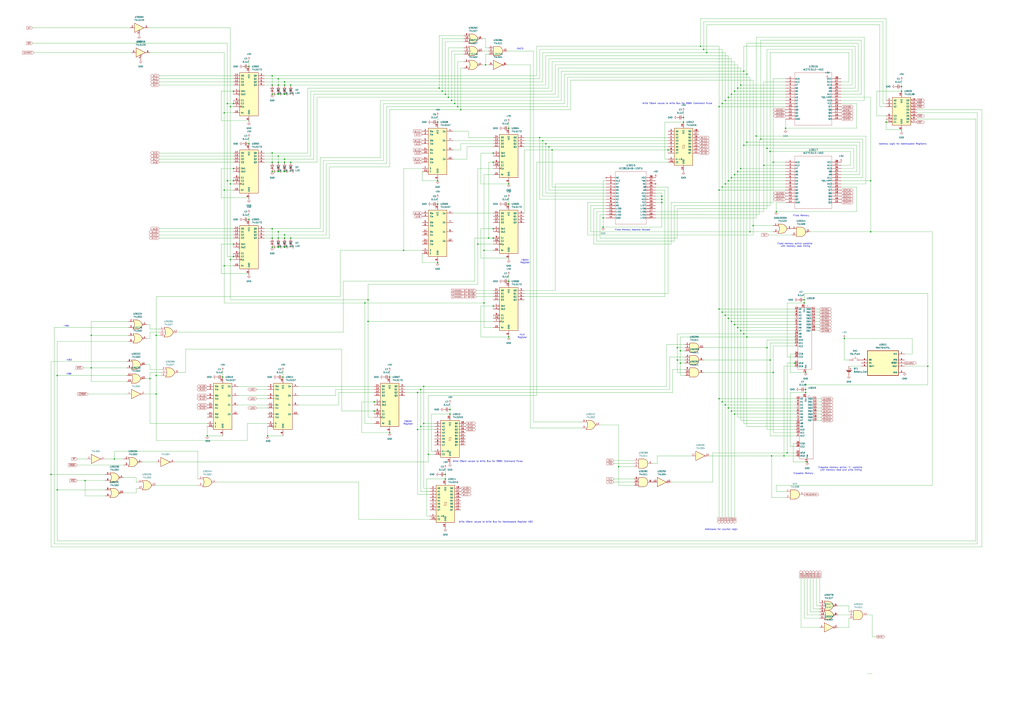
<source format=kicad_sch>
(kicad_sch (version 20231120) (generator "eeschema") (generator_version "8.0")
  (paper "A1")
  (lib_symbols
    (symbol "2024-10-04_01-49-29:AT28C64B-15PU" (pin_names (offset 0.254))
      (property "Reference" "U" (at 20.32 10.16 0))
      (property "Value" "AT28C64B-15PU" (at 20.32 7.62 0))
      (symbol "AT28C64B-15PU_0_1"
        (pin no_connect line (at 0 0 0) (length 7.62) (name "NC") (number "1"))
        (pin input line (at 0 -22.86 0) (length 7.62) (name "A0") (number "10"))
        (pin bidirectional line (at 0 -25.4 0) (length 7.62) (name "I/O0") (number "11"))
        (pin bidirectional line (at 0 -27.94 0) (length 7.62) (name "I/O1") (number "12"))
        (pin bidirectional line (at 0 -30.48 0) (length 7.62) (name "I/O2") (number "13"))
        (pin power_in line (at 0 -33.02 0) (length 7.62) (name "GND") (number "14"))
        (pin bidirectional line (at 40.64 -33.02 180) (length 7.62) (name "I/O3") (number "15"))
        (pin bidirectional line (at 40.64 -30.48 180) (length 7.62) (name "I/O4") (number "16"))
        (pin bidirectional line (at 40.64 -27.94 180) (length 7.62) (name "I/O5") (number "17"))
        (pin bidirectional line (at 40.64 -25.4 180) (length 7.62) (name "I/O6") (number "18"))
        (pin bidirectional line (at 40.64 -22.86 180) (length 7.62) (name "I/O7") (number "19"))
        (pin input line (at 0 -2.54 0) (length 7.62) (name "A12") (number "2"))
        (pin input line (at 40.64 -20.32 180) (length 7.62) (name "*CE") (number "20"))
        (pin input line (at 40.64 -17.78 180) (length 7.62) (name "A10") (number "21"))
        (pin input line (at 40.64 -15.24 180) (length 7.62) (name "*OE") (number "22"))
        (pin input line (at 40.64 -12.7 180) (length 7.62) (name "A11") (number "23"))
        (pin input line (at 40.64 -10.16 180) (length 7.62) (name "A9") (number "24"))
        (pin input line (at 40.64 -7.62 180) (length 7.62) (name "A8") (number "25"))
        (pin no_connect line (at 40.64 -5.08 180) (length 7.62) (name "NC") (number "26"))
        (pin input line (at 40.64 -2.54 180) (length 7.62) (name "*WE") (number "27"))
        (pin power_in line (at 40.64 0 180) (length 7.62) (name "VCC") (number "28"))
        (pin input line (at 0 -5.08 0) (length 7.62) (name "A7") (number "3"))
        (pin input line (at 0 -7.62 0) (length 7.62) (name "A6") (number "4"))
        (pin input line (at 0 -10.16 0) (length 7.62) (name "A5") (number "5"))
        (pin input line (at 0 -12.7 0) (length 7.62) (name "A4") (number "6"))
        (pin input line (at 0 -15.24 0) (length 7.62) (name "A3") (number "7"))
        (pin input line (at 0 -17.78 0) (length 7.62) (name "A2") (number "8"))
        (pin input line (at 0 -20.32 0) (length 7.62) (name "A1") (number "9"))
      )
    )
    (symbol "2024-10-05_17-58-21:W27C512-45Z" (pin_names (offset 0.254))
      (property "Reference" "U" (at 22.86 10.16 0))
      (property "Value" "W27C512-45Z" (at 22.86 7.62 0))
      (symbol "W27C512-45Z_0_1"
        (pin input line (at 0 0 0) (length 7.62) (name "A15") (number "1"))
        (pin input line (at 0 -22.86 0) (length 7.62) (name "A0") (number "10"))
        (pin bidirectional line (at 0 -25.4 0) (length 7.62) (name "Q0") (number "11"))
        (pin bidirectional line (at 0 -27.94 0) (length 7.62) (name "Q1") (number "12"))
        (pin bidirectional line (at 0 -30.48 0) (length 7.62) (name "Q2") (number "13"))
        (pin power_out line (at 0 -33.02 0) (length 7.62) (name "GND") (number "14"))
        (pin bidirectional line (at 45.72 -33.02 180) (length 7.62) (name "Q3") (number "15"))
        (pin bidirectional line (at 45.72 -30.48 180) (length 7.62) (name "Q4") (number "16"))
        (pin bidirectional line (at 45.72 -27.94 180) (length 7.62) (name "Q5") (number "17"))
        (pin bidirectional line (at 45.72 -25.4 180) (length 7.62) (name "Q6") (number "18"))
        (pin bidirectional line (at 45.72 -22.86 180) (length 7.62) (name "Q7") (number "19"))
        (pin input line (at 0 -2.54 0) (length 7.62) (name "A12") (number "2"))
        (pin unspecified line (at 45.72 -20.32 180) (length 7.62) (name "*CE") (number "20"))
        (pin input line (at 45.72 -17.78 180) (length 7.62) (name "A10") (number "21"))
        (pin unspecified line (at 45.72 -15.24 180) (length 7.62) (name "*OE/VPP") (number "22"))
        (pin input line (at 45.72 -12.7 180) (length 7.62) (name "A11") (number "23"))
        (pin input line (at 45.72 -10.16 180) (length 7.62) (name "A9") (number "24"))
        (pin input line (at 45.72 -7.62 180) (length 7.62) (name "A8") (number "25"))
        (pin input line (at 45.72 -5.08 180) (length 7.62) (name "A13") (number "26"))
        (pin input line (at 45.72 -2.54 180) (length 7.62) (name "A14") (number "27"))
        (pin power_in line (at 45.72 0 180) (length 7.62) (name "VCC") (number "28"))
        (pin input line (at 0 -5.08 0) (length 7.62) (name "A7") (number "3"))
        (pin input line (at 0 -7.62 0) (length 7.62) (name "A6") (number "4"))
        (pin input line (at 0 -10.16 0) (length 7.62) (name "A5") (number "5"))
        (pin input line (at 0 -12.7 0) (length 7.62) (name "A4") (number "6"))
        (pin input line (at 0 -15.24 0) (length 7.62) (name "A3") (number "7"))
        (pin input line (at 0 -17.78 0) (length 7.62) (name "A2") (number "8"))
        (pin input line (at 0 -20.32 0) (length 7.62) (name "A1") (number "9"))
      )
    )
    (symbol "74xx:74LS00" (pin_names (offset 1.016))
      (property "Reference" "U" (at 0 1.27 0))
      (property "Value" "74LS00" (at 0 -1.27 0))
      (symbol "74LS00_1_1"
        (pin input line (at -7.62 2.54 0) (length 3.81) (name "~") (number "1"))
        (pin input line (at -7.62 -2.54 0) (length 3.81) (name "~") (number "2"))
        (pin output inverted (at 7.62 0 180) (length 3.81) (name "~") (number "3"))
      )
      (symbol "74LS00_1_2"
        (pin input inverted (at -7.62 2.54 0) (length 4.318) (name "~") (number "1"))
        (pin input inverted (at -7.62 -2.54 0) (length 4.318) (name "~") (number "2"))
        (pin output line (at 7.62 0 180) (length 3.81) (name "~") (number "3"))
      )
      (symbol "74LS00_2_1"
        (pin input line (at -7.62 2.54 0) (length 3.81) (name "~") (number "4"))
        (pin input line (at -7.62 -2.54 0) (length 3.81) (name "~") (number "5"))
        (pin output inverted (at 7.62 0 180) (length 3.81) (name "~") (number "6"))
      )
      (symbol "74LS00_2_2"
        (pin input inverted (at -7.62 2.54 0) (length 4.318) (name "~") (number "4"))
        (pin input inverted (at -7.62 -2.54 0) (length 4.318) (name "~") (number "5"))
        (pin output line (at 7.62 0 180) (length 3.81) (name "~") (number "6"))
      )
      (symbol "74LS00_3_1"
        (pin input line (at -7.62 -2.54 0) (length 3.81) (name "~") (number "10"))
        (pin output inverted (at 7.62 0 180) (length 3.81) (name "~") (number "8"))
        (pin input line (at -7.62 2.54 0) (length 3.81) (name "~") (number "9"))
      )
      (symbol "74LS00_3_2"
        (pin input inverted (at -7.62 -2.54 0) (length 4.318) (name "~") (number "10"))
        (pin output line (at 7.62 0 180) (length 3.81) (name "~") (number "8"))
        (pin input inverted (at -7.62 2.54 0) (length 4.318) (name "~") (number "9"))
      )
      (symbol "74LS00_4_1"
        (pin output inverted (at 7.62 0 180) (length 3.81) (name "~") (number "11"))
        (pin input line (at -7.62 2.54 0) (length 3.81) (name "~") (number "12"))
        (pin input line (at -7.62 -2.54 0) (length 3.81) (name "~") (number "13"))
      )
      (symbol "74LS00_4_2"
        (pin output line (at 7.62 0 180) (length 3.81) (name "~") (number "11"))
        (pin input inverted (at -7.62 2.54 0) (length 4.318) (name "~") (number "12"))
        (pin input inverted (at -7.62 -2.54 0) (length 4.318) (name "~") (number "13"))
      )
      (symbol "74LS00_5_0"
        (pin power_in line (at 0 12.7 270) (length 5.08) (name "VCC") (number "14"))
        (pin power_in line (at 0 -12.7 90) (length 5.08) (name "GND") (number "7"))
      )
    )
    (symbol "74xx:74LS02" (pin_names (offset 1.016))
      (property "Reference" "U" (at 0 1.27 0))
      (property "Value" "74LS02" (at 0 -1.27 0))
      (symbol "74LS02_1_1"
        (pin output inverted (at 7.62 0 180) (length 3.81) (name "~") (number "1"))
        (pin input line (at -7.62 2.54 0) (length 4.318) (name "~") (number "2"))
        (pin input line (at -7.62 -2.54 0) (length 4.318) (name "~") (number "3"))
      )
      (symbol "74LS02_1_2"
        (pin output line (at 7.62 0 180) (length 3.81) (name "~") (number "1"))
        (pin input inverted (at -7.62 2.54 0) (length 3.81) (name "~") (number "2"))
        (pin input inverted (at -7.62 -2.54 0) (length 3.81) (name "~") (number "3"))
      )
      (symbol "74LS02_2_1"
        (pin output inverted (at 7.62 0 180) (length 3.81) (name "~") (number "4"))
        (pin input line (at -7.62 2.54 0) (length 4.318) (name "~") (number "5"))
        (pin input line (at -7.62 -2.54 0) (length 4.318) (name "~") (number "6"))
      )
      (symbol "74LS02_2_2"
        (pin output line (at 7.62 0 180) (length 3.81) (name "~") (number "4"))
        (pin input inverted (at -7.62 2.54 0) (length 3.81) (name "~") (number "5"))
        (pin input inverted (at -7.62 -2.54 0) (length 3.81) (name "~") (number "6"))
      )
      (symbol "74LS02_3_1"
        (pin output inverted (at 7.62 0 180) (length 3.81) (name "~") (number "10"))
        (pin input line (at -7.62 2.54 0) (length 4.318) (name "~") (number "8"))
        (pin input line (at -7.62 -2.54 0) (length 4.318) (name "~") (number "9"))
      )
      (symbol "74LS02_3_2"
        (pin output line (at 7.62 0 180) (length 3.81) (name "~") (number "10"))
        (pin input inverted (at -7.62 2.54 0) (length 3.81) (name "~") (number "8"))
        (pin input inverted (at -7.62 -2.54 0) (length 3.81) (name "~") (number "9"))
      )
      (symbol "74LS02_4_1"
        (pin input line (at -7.62 2.54 0) (length 4.318) (name "~") (number "11"))
        (pin input line (at -7.62 -2.54 0) (length 4.318) (name "~") (number "12"))
        (pin output inverted (at 7.62 0 180) (length 3.81) (name "~") (number "13"))
      )
      (symbol "74LS02_4_2"
        (pin input inverted (at -7.62 2.54 0) (length 3.81) (name "~") (number "11"))
        (pin input inverted (at -7.62 -2.54 0) (length 3.81) (name "~") (number "12"))
        (pin output line (at 7.62 0 180) (length 3.81) (name "~") (number "13"))
      )
      (symbol "74LS02_5_0"
        (pin power_in line (at 0 12.7 270) (length 5.08) (name "VCC") (number "14"))
        (pin power_in line (at 0 -12.7 90) (length 5.08) (name "GND") (number "7"))
      )
    )
    (symbol "74xx:74LS04"
      (property "Reference" "U" (at 0 1.27 0))
      (property "Value" "74LS04" (at 0 -1.27 0))
      (symbol "74LS04_1_0"
        (pin input line (at -7.62 0 0) (length 3.81) (name "~") (number "1"))
        (pin output inverted (at 7.62 0 180) (length 3.81) (name "~") (number "2"))
      )
      (symbol "74LS04_2_0"
        (pin input line (at -7.62 0 0) (length 3.81) (name "~") (number "3"))
        (pin output inverted (at 7.62 0 180) (length 3.81) (name "~") (number "4"))
      )
      (symbol "74LS04_3_0"
        (pin input line (at -7.62 0 0) (length 3.81) (name "~") (number "5"))
        (pin output inverted (at 7.62 0 180) (length 3.81) (name "~") (number "6"))
      )
      (symbol "74LS04_4_0"
        (pin output inverted (at 7.62 0 180) (length 3.81) (name "~") (number "8"))
        (pin input line (at -7.62 0 0) (length 3.81) (name "~") (number "9"))
      )
      (symbol "74LS04_5_0"
        (pin output inverted (at 7.62 0 180) (length 3.81) (name "~") (number "10"))
        (pin input line (at -7.62 0 0) (length 3.81) (name "~") (number "11"))
      )
      (symbol "74LS04_6_0"
        (pin output inverted (at 7.62 0 180) (length 3.81) (name "~") (number "12"))
        (pin input line (at -7.62 0 0) (length 3.81) (name "~") (number "13"))
      )
      (symbol "74LS04_7_0"
        (pin power_in line (at 0 12.7 270) (length 5.08) (name "VCC") (number "14"))
        (pin power_in line (at 0 -12.7 90) (length 5.08) (name "GND") (number "7"))
      )
    )
    (symbol "74xx:74LS08" (pin_names (offset 1.016))
      (property "Reference" "U" (at 0 1.27 0))
      (property "Value" "74LS08" (at 0 -1.27 0))
      (symbol "74LS08_1_1"
        (pin input line (at -7.62 2.54 0) (length 3.81) (name "~") (number "1"))
        (pin input line (at -7.62 -2.54 0) (length 3.81) (name "~") (number "2"))
        (pin output line (at 7.62 0 180) (length 3.81) (name "~") (number "3"))
      )
      (symbol "74LS08_1_2"
        (pin input inverted (at -7.62 2.54 0) (length 4.318) (name "~") (number "1"))
        (pin input inverted (at -7.62 -2.54 0) (length 4.318) (name "~") (number "2"))
        (pin output inverted (at 7.62 0 180) (length 3.81) (name "~") (number "3"))
      )
      (symbol "74LS08_2_1"
        (pin input line (at -7.62 2.54 0) (length 3.81) (name "~") (number "4"))
        (pin input line (at -7.62 -2.54 0) (length 3.81) (name "~") (number "5"))
        (pin output line (at 7.62 0 180) (length 3.81) (name "~") (number "6"))
      )
      (symbol "74LS08_2_2"
        (pin input inverted (at -7.62 2.54 0) (length 4.318) (name "~") (number "4"))
        (pin input inverted (at -7.62 -2.54 0) (length 4.318) (name "~") (number "5"))
        (pin output inverted (at 7.62 0 180) (length 3.81) (name "~") (number "6"))
      )
      (symbol "74LS08_3_1"
        (pin input line (at -7.62 -2.54 0) (length 3.81) (name "~") (number "10"))
        (pin output line (at 7.62 0 180) (length 3.81) (name "~") (number "8"))
        (pin input line (at -7.62 2.54 0) (length 3.81) (name "~") (number "9"))
      )
      (symbol "74LS08_3_2"
        (pin input inverted (at -7.62 -2.54 0) (length 4.318) (name "~") (number "10"))
        (pin output inverted (at 7.62 0 180) (length 3.81) (name "~") (number "8"))
        (pin input inverted (at -7.62 2.54 0) (length 4.318) (name "~") (number "9"))
      )
      (symbol "74LS08_4_1"
        (pin output line (at 7.62 0 180) (length 3.81) (name "~") (number "11"))
        (pin input line (at -7.62 2.54 0) (length 3.81) (name "~") (number "12"))
        (pin input line (at -7.62 -2.54 0) (length 3.81) (name "~") (number "13"))
      )
      (symbol "74LS08_4_2"
        (pin output inverted (at 7.62 0 180) (length 3.81) (name "~") (number "11"))
        (pin input inverted (at -7.62 2.54 0) (length 4.318) (name "~") (number "12"))
        (pin input inverted (at -7.62 -2.54 0) (length 4.318) (name "~") (number "13"))
      )
      (symbol "74LS08_5_0"
        (pin power_in line (at 0 12.7 270) (length 5.08) (name "VCC") (number "14"))
        (pin power_in line (at 0 -12.7 90) (length 5.08) (name "GND") (number "7"))
      )
    )
    (symbol "74xx:74LS11" (pin_names (offset 1.016))
      (property "Reference" "U" (at 0 1.27 0))
      (property "Value" "74LS11" (at 0 -1.27 0))
      (symbol "74LS11_1_1"
        (pin input line (at -7.62 2.54 0) (length 3.81) (name "~") (number "1"))
        (pin output line (at 7.62 0 180) (length 3.81) (name "~") (number "12"))
        (pin input line (at -7.62 -2.54 0) (length 3.81) (name "~") (number "13"))
        (pin input line (at -7.62 0 0) (length 3.81) (name "~") (number "2"))
      )
      (symbol "74LS11_1_2"
        (pin input inverted (at -7.62 2.54 0) (length 4.318) (name "~") (number "1"))
        (pin output inverted (at 7.62 0 180) (length 3.81) (name "~") (number "12"))
        (pin input inverted (at -7.62 -2.54 0) (length 4.318) (name "~") (number "13"))
        (pin input inverted (at -7.62 0 0) (length 4.953) (name "~") (number "2"))
      )
      (symbol "74LS11_2_1"
        (pin input line (at -7.62 2.54 0) (length 3.81) (name "~") (number "3"))
        (pin input line (at -7.62 0 0) (length 3.81) (name "~") (number "4"))
        (pin input line (at -7.62 -2.54 0) (length 3.81) (name "~") (number "5"))
        (pin output line (at 7.62 0 180) (length 3.81) (name "~") (number "6"))
      )
      (symbol "74LS11_2_2"
        (pin input inverted (at -7.62 2.54 0) (length 4.318) (name "~") (number "3"))
        (pin input inverted (at -7.62 0 0) (length 4.953) (name "~") (number "4"))
        (pin input inverted (at -7.62 -2.54 0) (length 4.318) (name "~") (number "5"))
        (pin output inverted (at 7.62 0 180) (length 3.81) (name "~") (number "6"))
      )
      (symbol "74LS11_3_1"
        (pin input line (at -7.62 0 0) (length 3.81) (name "~") (number "10"))
        (pin input line (at -7.62 -2.54 0) (length 3.81) (name "~") (number "11"))
        (pin output line (at 7.62 0 180) (length 3.81) (name "~") (number "8"))
        (pin input line (at -7.62 2.54 0) (length 3.81) (name "~") (number "9"))
      )
      (symbol "74LS11_3_2"
        (pin input inverted (at -7.62 0 0) (length 4.953) (name "~") (number "10"))
        (pin input inverted (at -7.62 -2.54 0) (length 4.318) (name "~") (number "11"))
        (pin output inverted (at 7.62 0 180) (length 3.81) (name "~") (number "8"))
        (pin input inverted (at -7.62 2.54 0) (length 4.318) (name "~") (number "9"))
      )
      (symbol "74LS11_4_0"
        (pin power_in line (at 0 12.7 270) (length 5.08) (name "VCC") (number "14"))
        (pin power_in line (at 0 -12.7 90) (length 5.08) (name "GND") (number "7"))
      )
    )
    (symbol "74xx:74LS125" (pin_names (offset 1.016))
      (property "Reference" "U" (at 0 1.27 0))
      (property "Value" "74LS125" (at 0 -1.27 0))
      (symbol "74LS125_1_0"
        (pin input inverted (at 0 -6.35 90) (length 4.445) (name "~") (number "1"))
        (pin input line (at -7.62 0 0) (length 3.81) (name "~") (number "2"))
        (pin tri_state line (at 7.62 0 180) (length 3.81) (name "~") (number "3"))
      )
      (symbol "74LS125_2_0"
        (pin input inverted (at 0 -6.35 90) (length 4.445) (name "~") (number "4"))
        (pin input line (at -7.62 0 0) (length 3.81) (name "~") (number "5"))
        (pin tri_state line (at 7.62 0 180) (length 3.81) (name "~") (number "6"))
      )
      (symbol "74LS125_3_0"
        (pin input inverted (at 0 -6.35 90) (length 4.445) (name "~") (number "10"))
        (pin tri_state line (at 7.62 0 180) (length 3.81) (name "~") (number "8"))
        (pin input line (at -7.62 0 0) (length 3.81) (name "~") (number "9"))
      )
      (symbol "74LS125_4_0"
        (pin tri_state line (at 7.62 0 180) (length 3.81) (name "~") (number "11"))
        (pin input line (at -7.62 0 0) (length 3.81) (name "~") (number "12"))
        (pin input inverted (at 0 -6.35 90) (length 4.445) (name "~") (number "13"))
      )
      (symbol "74LS125_5_0"
        (pin power_in line (at 0 12.7 270) (length 5.08) (name "VCC") (number "14"))
        (pin power_in line (at 0 -12.7 90) (length 5.08) (name "GND") (number "7"))
      )
    )
    (symbol "74xx:74LS138" (pin_names (offset 1.016))
      (property "Reference" "U" (at -7.62 11.43 0))
      (property "Value" "74LS138" (at -7.62 -13.97 0))
      (symbol "74LS138_1_0"
        (pin input line (at -12.7 7.62 0) (length 5.08) (name "A0") (number "1"))
        (pin output output_low (at 12.7 -5.08 180) (length 5.08) (name "O5") (number "10"))
        (pin output output_low (at 12.7 -2.54 180) (length 5.08) (name "O4") (number "11"))
        (pin output output_low (at 12.7 0 180) (length 5.08) (name "O3") (number "12"))
        (pin output output_low (at 12.7 2.54 180) (length 5.08) (name "O2") (number "13"))
        (pin output output_low (at 12.7 5.08 180) (length 5.08) (name "O1") (number "14"))
        (pin output output_low (at 12.7 7.62 180) (length 5.08) (name "O0") (number "15"))
        (pin power_in line (at 0 15.24 270) (length 5.08) (name "VCC") (number "16"))
        (pin input line (at -12.7 5.08 0) (length 5.08) (name "A1") (number "2"))
        (pin input line (at -12.7 2.54 0) (length 5.08) (name "A2") (number "3"))
        (pin input input_low (at -12.7 -10.16 0) (length 5.08) (name "E1") (number "4"))
        (pin input input_low (at -12.7 -7.62 0) (length 5.08) (name "E2") (number "5"))
        (pin input line (at -12.7 -5.08 0) (length 5.08) (name "E3") (number "6"))
        (pin output output_low (at 12.7 -10.16 180) (length 5.08) (name "O7") (number "7"))
        (pin power_in line (at 0 -17.78 90) (length 5.08) (name "GND") (number "8"))
        (pin output output_low (at 12.7 -7.62 180) (length 5.08) (name "O6") (number "9"))
      )
    )
    (symbol "74xx:74LS157" (pin_names (offset 1.016))
      (property "Reference" "U" (at -7.62 19.05 0))
      (property "Value" "74LS157" (at -7.62 -21.59 0))
      (symbol "74LS157_1_0"
        (pin input line (at -12.7 -15.24 0) (length 5.08) (name "S") (number "1"))
        (pin input line (at -12.7 -2.54 0) (length 5.08) (name "I1c") (number "10"))
        (pin input line (at -12.7 0 0) (length 5.08) (name "I0c") (number "11"))
        (pin output line (at 12.7 -7.62 180) (length 5.08) (name "Zd") (number "12"))
        (pin input line (at -12.7 -10.16 0) (length 5.08) (name "I1d") (number "13"))
        (pin input line (at -12.7 -7.62 0) (length 5.08) (name "I0d") (number "14"))
        (pin input inverted (at -12.7 -17.78 0) (length 5.08) (name "E") (number "15"))
        (pin power_in line (at 0 22.86 270) (length 5.08) (name "VCC") (number "16"))
        (pin input line (at -12.7 15.24 0) (length 5.08) (name "I0a") (number "2"))
        (pin input line (at -12.7 12.7 0) (length 5.08) (name "I1a") (number "3"))
        (pin output line (at 12.7 15.24 180) (length 5.08) (name "Za") (number "4"))
        (pin input line (at -12.7 7.62 0) (length 5.08) (name "I0b") (number "5"))
        (pin input line (at -12.7 5.08 0) (length 5.08) (name "I1b") (number "6"))
        (pin output line (at 12.7 7.62 180) (length 5.08) (name "Zb") (number "7"))
        (pin power_in line (at 0 -25.4 90) (length 5.08) (name "GND") (number "8"))
        (pin output line (at 12.7 0 180) (length 5.08) (name "Zc") (number "9"))
      )
    )
    (symbol "74xx:74LS173" (pin_names (offset 1.016))
      (property "Reference" "U" (at -7.62 19.05 0))
      (property "Value" "74LS173" (at -7.62 -19.05 0))
      (symbol "74LS173_1_0"
        (pin input inverted (at -12.7 2.54 0) (length 5.08) (name "Oe1") (number "1"))
        (pin input inverted (at -12.7 -7.62 0) (length 5.08) (name "E2") (number "10"))
        (pin input line (at -12.7 7.62 0) (length 5.08) (name "D3") (number "11"))
        (pin input line (at -12.7 10.16 0) (length 5.08) (name "D2") (number "12"))
        (pin input line (at -12.7 12.7 0) (length 5.08) (name "D1") (number "13"))
        (pin input line (at -12.7 15.24 0) (length 5.08) (name "D0") (number "14"))
        (pin input line (at -12.7 -15.24 0) (length 5.08) (name "Mr") (number "15"))
        (pin power_in line (at 0 22.86 270) (length 5.08) (name "VCC") (number "16"))
        (pin input inverted (at -12.7 0 0) (length 5.08) (name "Oe2") (number "2"))
        (pin tri_state line (at 12.7 15.24 180) (length 5.08) (name "Q0") (number "3"))
        (pin tri_state line (at 12.7 12.7 180) (length 5.08) (name "Q1") (number "4"))
        (pin tri_state line (at 12.7 10.16 180) (length 5.08) (name "Q2") (number "5"))
        (pin tri_state line (at 12.7 7.62 180) (length 5.08) (name "Q3") (number "6"))
        (pin input clock (at -12.7 -10.16 0) (length 5.08) (name "Cp") (number "7"))
        (pin power_in line (at 0 -22.86 90) (length 5.08) (name "GND") (number "8"))
        (pin input inverted (at -12.7 -5.08 0) (length 5.08) (name "E1") (number "9"))
      )
    )
    (symbol "74xx:74LS245" (pin_names (offset 1.016))
      (property "Reference" "U" (at -7.62 16.51 0))
      (property "Value" "74LS245" (at -7.62 -16.51 0))
      (symbol "74LS245_1_0"
        (pin input line (at -12.7 -10.16 0) (length 5.08) (name "A->B") (number "1"))
        (pin power_in line (at 0 -20.32 90) (length 5.08) (name "GND") (number "10"))
        (pin tri_state line (at 12.7 -5.08 180) (length 5.08) (name "B7") (number "11"))
        (pin tri_state line (at 12.7 -2.54 180) (length 5.08) (name "B6") (number "12"))
        (pin tri_state line (at 12.7 0 180) (length 5.08) (name "B5") (number "13"))
        (pin tri_state line (at 12.7 2.54 180) (length 5.08) (name "B4") (number "14"))
        (pin tri_state line (at 12.7 5.08 180) (length 5.08) (name "B3") (number "15"))
        (pin tri_state line (at 12.7 7.62 180) (length 5.08) (name "B2") (number "16"))
        (pin tri_state line (at 12.7 10.16 180) (length 5.08) (name "B1") (number "17"))
        (pin tri_state line (at 12.7 12.7 180) (length 5.08) (name "B0") (number "18"))
        (pin input inverted (at -12.7 -12.7 0) (length 5.08) (name "CE") (number "19"))
        (pin tri_state line (at -12.7 12.7 0) (length 5.08) (name "A0") (number "2"))
        (pin power_in line (at 0 20.32 270) (length 5.08) (name "VCC") (number "20"))
        (pin tri_state line (at -12.7 10.16 0) (length 5.08) (name "A1") (number "3"))
        (pin tri_state line (at -12.7 7.62 0) (length 5.08) (name "A2") (number "4"))
        (pin tri_state line (at -12.7 5.08 0) (length 5.08) (name "A3") (number "5"))
        (pin tri_state line (at -12.7 2.54 0) (length 5.08) (name "A4") (number "6"))
        (pin tri_state line (at -12.7 0 0) (length 5.08) (name "A5") (number "7"))
        (pin tri_state line (at -12.7 -2.54 0) (length 5.08) (name "A6") (number "8"))
        (pin tri_state line (at -12.7 -5.08 0) (length 5.08) (name "A7") (number "9"))
      )
    )
    (symbol "74xx:74LS27" (pin_names (offset 1.016))
      (property "Reference" "U" (at 0 1.27 0))
      (property "Value" "74LS27" (at 0 -1.27 0))
      (symbol "74LS27_1_1"
        (pin input line (at -7.62 2.54 0) (length 4.318) (name "~") (number "1"))
        (pin output inverted (at 7.62 0 180) (length 3.81) (name "~") (number "12"))
        (pin input line (at -7.62 -2.54 0) (length 4.318) (name "~") (number "13"))
        (pin input line (at -7.62 0 0) (length 4.953) (name "~") (number "2"))
      )
      (symbol "74LS27_1_2"
        (pin input inverted (at -7.62 2.54 0) (length 3.81) (name "~") (number "1"))
        (pin output line (at 7.62 0 180) (length 3.81) (name "~") (number "12"))
        (pin input inverted (at -7.62 -2.54 0) (length 3.81) (name "~") (number "13"))
        (pin input inverted (at -7.62 0 0) (length 3.81) (name "~") (number "2"))
      )
      (symbol "74LS27_2_1"
        (pin input line (at -7.62 2.54 0) (length 4.318) (name "~") (number "3"))
        (pin input line (at -7.62 0 0) (length 4.953) (name "~") (number "4"))
        (pin input line (at -7.62 -2.54 0) (length 4.318) (name "~") (number "5"))
        (pin output inverted (at 7.62 0 180) (length 3.81) (name "~") (number "6"))
      )
      (symbol "74LS27_2_2"
        (pin input inverted (at -7.62 2.54 0) (length 3.81) (name "~") (number "3"))
        (pin input inverted (at -7.62 0 0) (length 3.81) (name "~") (number "4"))
        (pin input inverted (at -7.62 -2.54 0) (length 3.81) (name "~") (number "5"))
        (pin output line (at 7.62 0 180) (length 3.81) (name "~") (number "6"))
      )
      (symbol "74LS27_3_1"
        (pin input line (at -7.62 0 0) (length 4.953) (name "~") (number "10"))
        (pin input line (at -7.62 -2.54 0) (length 4.318) (name "~") (number "11"))
        (pin output inverted (at 7.62 0 180) (length 3.81) (name "~") (number "8"))
        (pin input line (at -7.62 2.54 0) (length 4.318) (name "~") (number "9"))
      )
      (symbol "74LS27_3_2"
        (pin input inverted (at -7.62 0 0) (length 3.81) (name "~") (number "10"))
        (pin input inverted (at -7.62 -2.54 0) (length 3.81) (name "~") (number "11"))
        (pin output line (at 7.62 0 180) (length 3.81) (name "~") (number "8"))
        (pin input inverted (at -7.62 2.54 0) (length 3.81) (name "~") (number "9"))
      )
      (symbol "74LS27_4_0"
        (pin power_in line (at 0 12.7 270) (length 5.08) (name "VCC") (number "14"))
        (pin power_in line (at 0 -12.7 90) (length 5.08) (name "GND") (number "7"))
      )
    )
    (symbol "74xx:74LS32" (pin_names (offset 1.016))
      (property "Reference" "U" (at 0 1.27 0))
      (property "Value" "74LS32" (at 0 -1.27 0))
      (symbol "74LS32_1_1"
        (pin input line (at -7.62 2.54 0) (length 4.318) (name "~") (number "1"))
        (pin input line (at -7.62 -2.54 0) (length 4.318) (name "~") (number "2"))
        (pin output line (at 7.62 0 180) (length 3.81) (name "~") (number "3"))
      )
      (symbol "74LS32_1_2"
        (pin input inverted (at -7.62 2.54 0) (length 3.81) (name "~") (number "1"))
        (pin input inverted (at -7.62 -2.54 0) (length 3.81) (name "~") (number "2"))
        (pin output inverted (at 7.62 0 180) (length 3.81) (name "~") (number "3"))
      )
      (symbol "74LS32_2_1"
        (pin input line (at -7.62 2.54 0) (length 4.318) (name "~") (number "4"))
        (pin input line (at -7.62 -2.54 0) (length 4.318) (name "~") (number "5"))
        (pin output line (at 7.62 0 180) (length 3.81) (name "~") (number "6"))
      )
      (symbol "74LS32_2_2"
        (pin input inverted (at -7.62 2.54 0) (length 3.81) (name "~") (number "4"))
        (pin input inverted (at -7.62 -2.54 0) (length 3.81) (name "~") (number "5"))
        (pin output inverted (at 7.62 0 180) (length 3.81) (name "~") (number "6"))
      )
      (symbol "74LS32_3_1"
        (pin input line (at -7.62 -2.54 0) (length 4.318) (name "~") (number "10"))
        (pin output line (at 7.62 0 180) (length 3.81) (name "~") (number "8"))
        (pin input line (at -7.62 2.54 0) (length 4.318) (name "~") (number "9"))
      )
      (symbol "74LS32_3_2"
        (pin input inverted (at -7.62 -2.54 0) (length 3.81) (name "~") (number "10"))
        (pin output inverted (at 7.62 0 180) (length 3.81) (name "~") (number "8"))
        (pin input inverted (at -7.62 2.54 0) (length 3.81) (name "~") (number "9"))
      )
      (symbol "74LS32_4_1"
        (pin output line (at 7.62 0 180) (length 3.81) (name "~") (number "11"))
        (pin input line (at -7.62 2.54 0) (length 4.318) (name "~") (number "12"))
        (pin input line (at -7.62 -2.54 0) (length 4.318) (name "~") (number "13"))
      )
      (symbol "74LS32_4_2"
        (pin output inverted (at 7.62 0 180) (length 3.81) (name "~") (number "11"))
        (pin input inverted (at -7.62 2.54 0) (length 3.81) (name "~") (number "12"))
        (pin input inverted (at -7.62 -2.54 0) (length 3.81) (name "~") (number "13"))
      )
      (symbol "74LS32_5_0"
        (pin power_in line (at 0 12.7 270) (length 5.08) (name "VCC") (number "14"))
        (pin power_in line (at 0 -12.7 90) (length 5.08) (name "GND") (number "7"))
      )
    )
    (symbol "AGC Library:AS6C6264"
      (property "Reference" "U" (at 12.446 4.318 0))
      (symbol "AS6C6264_1_1"
        (pin input line (at -10.16 0 0) (length 2.54) (name "A0") (number "10"))
        (pin input line (at 6.35 0 180) (length 2.54) (name "DQ0") (number "11"))
        (pin input line (at 6.35 -2.54 180) (length 2.54) (name "DQ1") (number "12"))
        (pin input line (at 6.35 -5.08 180) (length 2.54) (name "DQ2") (number "13"))
        (pin input line (at -1.27 -52.07 90) (length 2.54) (name "Vss") (number "14"))
        (pin input line (at 6.35 -7.62 180) (length 2.54) (name "DQ3") (number "15"))
        (pin input line (at 6.35 -10.16 180) (length 2.54) (name "DQ4") (number "16"))
        (pin input line (at 6.35 -12.7 180) (length 2.54) (name "DQ5") (number "17"))
        (pin input line (at 6.35 -15.24 180) (length 2.54) (name "DQ6") (number "18"))
        (pin input line (at 6.35 -17.78 180) (length 2.54) (name "DQ7") (number "19"))
        (pin input line (at -10.16 -30.48 0) (length 2.54) (name "A12") (number "2"))
        (pin input inverted (at -10.16 -36.83 0) (length 2.54) (name "CE#") (number "20"))
        (pin input line (at -10.16 -25.4 0) (length 2.54) (name "A10") (number "21"))
        (pin input inverted (at -10.16 -46.99 0) (length 2.54) (name "OE#") (number "22"))
        (pin input line (at -10.16 -27.94 0) (length 2.54) (name "A11") (number "23"))
        (pin input line (at -10.16 -22.86 0) (length 2.54) (name "A9") (number "24"))
        (pin input line (at -10.16 -20.32 0) (length 2.54) (name "A8") (number "25"))
        (pin input line (at -10.16 -39.37 0) (length 2.54) (name "CE2") (number "26"))
        (pin input inverted (at -10.16 -44.45 0) (length 2.54) (name "WE#") (number "27"))
        (pin input line (at -2.54 3.81 270) (length 2.54) (name "Vcc") (number "28"))
        (pin input line (at -10.16 -17.78 0) (length 2.54) (name "A7") (number "3"))
        (pin input line (at -10.16 -15.24 0) (length 2.54) (name "A6") (number "4"))
        (pin input line (at -10.16 -12.7 0) (length 2.54) (name "A5") (number "5"))
        (pin input line (at -10.16 -10.16 0) (length 2.54) (name "A4") (number "6"))
        (pin input line (at -10.16 -7.62 0) (length 2.54) (name "A3") (number "7"))
        (pin input line (at -10.16 -5.08 0) (length 2.54) (name "A2") (number "8"))
        (pin input line (at -10.16 -2.54 0) (length 2.54) (name "A1") (number "9"))
      )
    )
    (symbol "Device:Battery_Cell" (pin_numbers hide) (pin_names (offset 0) hide)
      (property "Reference" "BT" (at 2.54 2.54 0))
      (property "Value" "Battery_Cell" (at 2.54 0 0))
      (symbol "Battery_Cell_1_1"
        (pin passive line (at 0 5.08 270) (length 2.54) (name "+") (number "1"))
        (pin passive line (at 0 -2.54 90) (length 2.54) (name "-") (number "2"))
      )
    )
    (symbol "Device:C_Small" (pin_numbers hide) (pin_names (offset 0.254) hide)
      (property "Reference" "C" (at 0.254 1.778 0))
      (property "Value" "C_Small" (at 0.254 -2.032 0))
      (symbol "C_Small_1_1"
        (pin passive line (at 0 2.54 270) (length 2.032) (name "~") (number "1"))
        (pin passive line (at 0 -2.54 90) (length 2.032) (name "~") (number "2"))
      )
    )
    (symbol "Device:LED" (pin_numbers hide) (pin_names (offset 1.016) hide)
      (property "Reference" "D" (at 0 2.54 0))
      (property "Value" "LED" (at 0 -2.54 0))
      (symbol "LED_1_1"
        (pin passive line (at -3.81 0 0) (length 2.54) (name "K") (number "1"))
        (pin passive line (at 3.81 0 180) (length 2.54) (name "A") (number "2"))
      )
    )
    (symbol "MAX704CPA_:MAX704CPA_" (pin_names (offset 1.016))
      (property "Reference" "U" (at -12.7 11.16 0))
      (property "Value" "MAX704CPA_" (at -12.7 -14.16 0))
      (symbol "MAX704CPA__0_0"
        (pin output line (at 17.78 -2.54 180) (length 5.08) (name "VOUT") (number "1"))
        (pin power_in line (at 17.78 7.62 180) (length 5.08) (name "VCC") (number "2"))
        (pin power_in line (at 17.78 -7.62 180) (length 5.08) (name "GND") (number "3"))
        (pin input line (at -17.78 0 0) (length 5.08) (name "PFI") (number "4"))
        (pin output line (at 17.78 2.54 180) (length 5.08) (name "~{PFO}") (number "5"))
        (pin input line (at -17.78 2.54 0) (length 5.08) (name "~{MR}") (number "6"))
        (pin output line (at 17.78 0 180) (length 5.08) (name "~{RESET}") (number "7"))
        (pin input line (at -17.78 -2.54 0) (length 5.08) (name "VBATT") (number "8"))
      )
    )
    (symbol "Switch:SW_Push" (pin_numbers hide) (pin_names (offset 1.016) hide)
      (property "Reference" "SW" (at 1.27 2.54 0))
      (property "Value" "SW_Push" (at 0 -1.524 0))
      (symbol "SW_Push_0_1"
        (pin passive line (at -5.08 0 0) (length 2.54) (name "1") (number "1"))
        (pin passive line (at 5.08 0 180) (length 2.54) (name "2") (number "2"))
      )
    )
    (symbol "power:+5V" (power) (pin_numbers hide) (pin_names (offset 0) hide)
      (property "Value" "+5V" (at 0 3.556 0))
      (symbol "+5V_1_1"
        (pin power_in line (at 0 0 90) (length 0) (name "~") (number "1"))
      )
    )
    (symbol "power:GND" (power) (pin_numbers hide) (pin_names (offset 0) hide)
      (property "Value" "GND" (at 0 -3.81 0))
      (symbol "GND_1_1"
        (pin power_in line (at 0 0 270) (length 0) (name "~") (number "1"))
      )
    )
  )
  (junction (at 561.34 100.33))
  (junction (at 453.39 123.19))
  (junction (at 184.15 218.44))
  (junction (at 41.91 389.89))
  (junction (at 417.83 231.14))
  (junction (at 693.42 278.13))
  (junction (at 417.83 151.13))
  (junction (at 661.67 316.23))
  (junction (at 228.6 77.47))
  (junction (at 369.57 336.55))
  (junction (at 219.71 358.14))
  (junction (at 598.17 335.28))
  (junction (at 233.68 203.2))
  (junction (at 558.8 298.45))
  (junction (at 660.4 246.38))
  (junction (at 370.84 82.55))
  (junction (at 186.69 148.59))
  (junction (at 375.92 87.63))
  (junction (at 233.68 193.04))
  (junction (at 74.93 302.26))
  (junction (at 618.49 185.42))
  (junction (at 600.71 146.05))
  (junction (at 233.68 140.97))
  (junction (at 233.68 195.58))
  (junction (at 613.41 116.84))
  (junction (at 660.4 248.92))
  (junction (at 331.47 205.74))
  (junction (at 46.99 402.59))
  (junction (at 228.6 133.35))
  (junction (at 593.09 330.2))
  (junction (at 645.16 105.41))
  (junction (at 610.87 119.38))
  (junction (at 204.47 54.61))
  (junction (at 598.17 80.01))
  (junction (at 397.51 248.92))
  (junction (at 624.84 114.3))
  (junction (at 128.27 323.85))
  (junction (at 398.78 53.34))
  (junction (at 299.72 248.92))
  (junction (at 223.52 62.23))
  (junction (at 228.6 140.97))
  (junction (at 558.8 288.29))
  (junction (at 347.98 347.98))
  (junction (at 186.69 85.09))
  (junction (at 223.52 140.97))
  (junction (at 643.89 374.65))
  (junction (at 368.3 80.01))
  (junction (at 610.87 58.42))
  (junction (at 603.25 266.7))
  (junction (at 633.73 374.65))
  (junction (at 598.17 148.59))
  (junction (at 580.39 43.18))
  (junction (at 363.22 74.93))
  (junction (at 661.67 320.04))
  (junction (at 543.56 166.37))
  (junction (at 405.13 125.73))
  (junction (at 629.92 285.75))
  (junction (at 595.63 151.13))
  (junction (at 561.34 96.52))
  (junction (at 740.41 74.93))
  (junction (at 233.68 130.81))
  (junction (at 351.79 373.38))
  (junction (at 603.25 143.51))
  (junction (at 652.78 298.45))
  (junction (at 613.41 276.86))
  (junction (at 238.76 133.35))
  (junction (at 635 306.07))
  (junction (at 593.09 256.54))
  (junction (at 632.46 295.91))
  (junction (at 123.19 311.15))
  (junction (at 495.3 186.69))
  (junction (at 228.6 128.27))
  (junction (at 600.71 337.82))
  (junction (at 727.71 100.33))
  (junction (at 613.41 60.96))
  (junction (at 590.55 156.21))
  (junction (at 128.27 275.59))
  (junction (at 556.26 285.75))
  (junction (at 603.25 74.93))
  (junction (at 508 383.54))
  (junction (at 605.79 269.24))
  (junction (at 608.33 69.85))
  (junction (at 610.87 274.32))
  (junction (at 233.68 67.31))
  (junction (at 302.26 264.16))
  (junction (at 405.13 195.58))
  (junction (at 228.6 195.58))
  (junction (at 369.57 340.36))
  (junction (at 191.77 210.82))
  (junction (at 590.55 87.63))
  (junction (at 184.15 156.21))
  (junction (at 228.6 190.5))
  (junction (at 603.25 340.36))
  (junction (at 182.88 309.88))
  (junction (at 191.77 74.93))
  (junction (at 556.26 295.91))
  (junction (at 223.52 125.73))
  (junction (at 632.46 124.46))
  (junction (at 228.6 64.77))
  (junction (at 189.23 213.36))
  (junction (at 417.83 276.86))
  (junction (at 359.41 167.64))
  (junction (at 46.99 308.61))
  (junction (at 223.52 77.47))
  (junction (at 359.41 215.9))
  (junction (at 359.41 100.33))
  (junction (at 233.68 69.85))
  (junction (at 615.95 190.5))
  (junction (at 762 300.99))
  (junction (at 233.68 77.47))
  (junction (at 223.52 133.35))
  (junction (at 646.43 372.11))
  (junction (at 450.85 120.65))
  (junction (at 590.55 327.66))
  (junction (at 635 133.35))
  (junction (at 661.67 306.07))
  (junction (at 223.52 187.96))
  (junction (at 593.09 85.09))
  (junction (at 189.23 87.63))
  (junction (at 662.94 379.73))
  (junction (at 191.77 148.59))
  (junction (at 600.71 264.16))
  (junction (at 320.04 309.88))
  (junction (at 191.77 138.43))
  (junction (at 228.6 69.85))
  (junction (at 397.51 205.74))
  (junction (at 69.85 394.97))
  (junction (at 543.56 161.29))
  (junction (at 342.9 322.58))
  (junction (at 128.27 308.61))
  (junction (at 548.64 123.19))
  (junction (at 302.26 246.38))
  (junction (at 405.13 251.46))
  (junction (at 365.76 393.7))
  (junction (at 345.44 320.04))
  (junction (at 191.77 200.66))
  (junction (at 365.76 389.89))
  (junction (at 184.15 92.71))
  (junction (at 443.23 113.03))
  (junction (at 191.77 85.09))
  (junction (at 543.56 163.83))
  (junction (at 320.04 355.6))
  (junction (at 417.83 167.64))
  (junction (at 595.63 259.08))
  (junction (at 417.83 105.41))
  (junction (at 445.77 115.57))
  (junction (at 204.47 180.34))
  (junction (at 223.52 195.58))
  (junction (at 595.63 332.74))
  (junction (at 600.71 77.47))
  (junction (at 495.3 179.07))
  (junction (at 715.01 148.59))
  (junction (at 359.41 148.59))
  (junction (at 365.76 77.47))
  (junction (at 392.43 200.66))
  (junction (at 608.33 138.43))
  (junction (at 342.9 353.06))
  (junction (at 307.34 337.82))
  (junction (at 204.47 118.11))
  (junction (at 608.33 271.78))
  (junction (at 74.93 275.59))
  (junction (at 232.41 309.88))
  (junction (at 405.13 133.35))
  (junction (at 223.52 69.85))
  (junction (at 590.55 254))
  (junction (at 740.41 71.12))
  (junction (at 448.31 118.11))
  (junction (at 577.85 40.64))
  (junction (at 345.44 350.52))
  (junction (at 93.98 377.19))
  (junction (at 605.79 72.39))
  (junction (at 629.92 121.92))
  (junction (at 170.18 358.14))
  (junction (at 595.63 82.55))
  (junction (at 405.13 187.96))
  (junction (at 238.76 69.85))
  (junction (at 228.6 203.2))
  (junction (at 347.98 317.5))
  (junction (at 360.68 72.39))
  (junction (at 627.38 135.89))
  (junction (at 575.31 38.1))
  (junction (at 637.54 173.99))
  (junction (at 233.68 133.35))
  (junction (at 189.23 151.13))
  (junction (at 598.17 261.62))
  (junction (at 401.32 195.58))
  (junction (at 605.79 140.97))
  (junction (at 378.46 90.17))
  (junction (at 621.03 111.76))
  (junction (at 593.09 153.67))
  (junction (at 373.38 85.09))
  (junction (at 223.52 203.2))
  (junction (at 238.76 195.58))
  (junction (at 715.01 190.5))
  (junction (at 307.34 330.2))
  (junction (at 661.67 322.58))
  (wire (pts (xy 632.46 281.94) (xy 652.78 281.94)))
  (wire (pts (xy 495.3 179.07) (xy 497.84 179.07)))
  (wire (pts (xy 384.81 113.03) (xy 384.81 107.95)))
  (wire (pts (xy 381 41.91) (xy 370.84 41.91)))
  (wire (pts (xy 556.26 306.07) (xy 562.61 306.07)))
  (wire (pts (xy 543.56 166.37) (xy 543.56 186.69)))
  (wire (pts (xy 635 64.77) (xy 635 133.35)))
  (wire (pts (xy 646.43 298.45) (xy 646.43 372.11)))
  (wire (pts (xy 595.63 332.74) (xy 654.05 332.74)))
  (wire (pts (xy 93.98 377.19) (xy 86.36 377.19)))
  (wire (pts (xy 181.61 99.06) (xy 181.61 74.93)))
  (wire (pts (xy 645.16 106.68) (xy 645.16 105.41)))
  (wire (pts (xy 405.13 138.43) (xy 392.43 138.43)))
  (wire (pts (xy 709.93 30.48) (xy 621.03 30.48)))
  (wire (pts (xy 633.73 374.65) (xy 633.73 408.94)))
  (wire (pts (xy 74.93 302.26) (xy 104.14 302.26)))
  (wire (pts (xy 654.05 364.49) (xy 651.51 364.49)))
  (wire (pts (xy 698.5 124.46) (xy 632.46 124.46)))
  (wire (pts (xy 450.85 156.21) (xy 497.84 156.21)))
  (wire (pts (xy 635 133.35) (xy 635 166.37)))
  (wire (pts (xy 646.43 293.37) (xy 652.78 293.37)))
  (wire (pts (xy 123.19 347.98) (xy 170.18 347.98)))
  (wire (pts (xy 660.4 241.3) (xy 660.4 246.38)))
  (wire (pts (xy 351.79 325.12) (xy 351.79 373.38)))
  (wire (pts (xy 186.69 35.56) (xy 186.69 85.09)))
  (wire (pts (xy 181.61 224.79) (xy 181.61 200.66)))
  (wire (pts (xy 520.7 398.78) (xy 508 398.78)))
  (wire (pts (xy 561.34 91.44) (xy 561.34 96.52)))
  (wire (pts (xy 267.97 134.62) (xy 317.5 134.62)))
  (wire (pts (xy 702.31 72.39) (xy 690.88 72.39)))
  (wire (pts (xy 461.01 82.55) (xy 461.01 58.42)))
  (wire (pts (xy 342.9 353.06) (xy 356.87 353.06)))
  (wire (pts (xy 228.6 190.5) (xy 265.43 190.5)))
  (wire (pts (xy 603.25 266.7) (xy 652.78 266.7)))
  (wire (pts (xy 312.42 129.54) (xy 312.42 82.55)))
  (wire (pts (xy 191.77 138.43) (xy 191.77 140.97)))
  (wire (pts (xy 716.28 553.72) (xy 712.47 553.72)))
  (wire (pts (xy 605.79 140.97) (xy 645.16 140.97)))
  (wire (pts (xy 332.74 320.04) (xy 345.44 320.04)))
  (wire (pts (xy 590.55 87.63) (xy 645.16 87.63)))
  (wire (pts (xy 405.13 125.73) (xy 394.97 125.73)))
  (wire (pts (xy 598.17 80.01) (xy 598.17 148.59)))
  (wire (pts (xy 654.05 345.44) (xy 608.33 345.44)))
  (wire (pts (xy 74.93 264.16) (xy 105.41 264.16)))
  (wire (pts (xy 217.17 195.58) (xy 223.52 195.58)))
  (wire (pts (xy 353.06 424.18) (xy 350.52 424.18)))
  (wire (pts (xy 707.39 77.47) (xy 707.39 33.02)))
  (wire (pts (xy 697.23 508) (xy 697.23 515.62)))
  (wire (pts (xy 123.19 299.72) (xy 119.38 299.72)))
  (wire (pts (xy 233.68 203.2) (xy 238.76 203.2)))
  (wire (pts (xy 608.33 55.88) (xy 458.47 55.88)))
  (wire (pts (xy 603.25 266.7) (xy 603.25 340.36)))
  (wire (pts (xy 228.6 64.77) (xy 228.6 69.85)))
  (wire (pts (xy 610.87 274.32) (xy 652.78 274.32)))
  (wire (pts (xy 347.98 317.5) (xy 547.37 317.5)))
  (wire (pts (xy 629.92 121.92) (xy 629.92 171.45)))
  (wire (pts (xy 556.26 274.32) (xy 556.26 285.75)))
  (wire (pts (xy 485.14 168.91) (xy 497.84 168.91)))
  (wire (pts (xy 448.31 158.75) (xy 497.84 158.75)))
  (wire (pts (xy 605.79 269.24) (xy 652.78 269.24)))
  (wire (pts (xy 635 306.07) (xy 635 355.6)))
  (wire (pts (xy 753.11 97.79) (xy 801.37 97.79)))
  (wire (pts (xy 661.67 316.23) (xy 661.67 320.04)))
  (wire (pts (xy 186.69 210.82) (xy 191.77 210.82)))
  (wire (pts (xy 265.43 132.08) (xy 265.43 190.5)))
  (wire (pts (xy 632.46 43.18) (xy 697.23 43.18)))
  (wire (pts (xy 727.71 95.25) (xy 720.09 95.25)))
  (wire (pts (xy 608.33 69.85) (xy 645.16 69.85)))
  (wire (pts (xy 195.58 325.12) (xy 219.71 325.12)))
  (wire (pts (xy 646.43 248.92) (xy 646.43 293.37)))
  (wire (pts (xy 281.94 273.05) (xy 281.94 231.14)))
  (wire (pts (xy 405.13 251.46) (xy 394.97 251.46)))
  (wire (pts (xy 657.86 474.98) (xy 657.86 515.62)))
  (wire (pts (xy 558.8 288.29) (xy 562.61 288.29)))
  (wire (pts (xy 63.5 394.97) (xy 69.85 394.97)))
  (wire (pts (xy 762 300.99) (xy 762 316.23)))
  (wire (pts (xy 504.19 378.46) (xy 520.7 378.46)))
  (wire (pts (xy 359.41 148.59) (xy 346.71 148.59)))
  (wire (pts (xy 392.43 233.68) (xy 302.26 233.68)))
  (wire (pts (xy 706.12 143.51) (xy 706.12 116.84)))
  (wire (pts (xy 720.09 523.24) (xy 716.28 523.24)))
  (wire (pts (xy 662.94 474.98) (xy 662.94 505.46)))
  (wire (pts (xy 111.76 401.32) (xy 111.76 405.13)))
  (wire (pts (xy 595.63 43.18) (xy 595.63 82.55)))
  (wire (pts (xy 632.46 124.46) (xy 632.46 168.91)))
  (wire (pts (xy 245.11 317.5) (xy 307.34 317.5)))
  (wire (pts (xy 608.33 138.43) (xy 608.33 271.78)))
  (wire (pts (xy 320.04 90.17) (xy 320.04 137.16)))
  (wire (pts (xy 217.17 193.04) (xy 233.68 193.04)))
  (wire (pts (xy 558.8 308.61) (xy 562.61 308.61)))
  (wire (pts (xy 342.9 353.06) (xy 342.9 322.58)))
  (wire (pts (xy 669.29 261.62) (xy 673.1 261.62)))
  (wire (pts (xy 702.31 72.39) (xy 702.31 38.1)))
  (wire (pts (xy 593.09 256.54) (xy 652.78 256.54)))
  (wire (pts (xy 651.51 364.49) (xy 651.51 379.73)))
  (wire (pts (xy 661.67 306.07) (xy 648.97 306.07)))
  (wire (pts (xy 265.43 132.08) (xy 314.96 132.08)))
  (wire (pts (xy 294.64 426.72) (xy 294.64 396.24)))
  (wire (pts (xy 373.38 44.45) (xy 373.38 85.09)))
  (wire (pts (xy 74.93 302.26) (xy 74.93 313.69)))
  (wire (pts (xy 210.82 320.04) (xy 219.71 320.04)))
  (wire (pts (xy 372.11 175.26) (xy 405.13 175.26)))
  (wire (pts (xy 228.6 140.97) (xy 233.68 140.97)))
  (wire (pts (xy 539.75 381) (xy 535.94 381)))
  (wire (pts (xy 181.61 162.56) (xy 181.61 138.43)))
  (wire (pts (xy 101.6 377.19) (xy 93.98 377.19)))
  (wire (pts (xy 652.78 279.4) (xy 629.92 279.4)))
  (wire (pts (xy 562.61 303.53) (xy 552.45 303.53)))
  (wire (pts (xy 722.63 20.32) (xy 722.63 87.63)))
  (wire (pts (xy 673.1 474.98) (xy 673.1 495.3)))
  (wire (pts (xy 627.38 135.89) (xy 627.38 67.31)))
  (wire (pts (xy 368.3 39.37) (xy 368.3 80.01)))
  (wire (pts (xy 538.48 163.83) (xy 543.56 163.83)))
  (wire (pts (xy 123.19 273.05) (xy 123.19 278.13)))
  (wire (pts (xy 370.84 82.55) (xy 461.01 82.55)))
  (wire (pts (xy 645.16 151.13) (xy 595.63 151.13)))
  (wire (pts (xy 580.39 43.18) (xy 595.63 43.18)))
  (wire (pts (xy 396.24 41.91) (xy 401.32 41.91)))
  (wire (pts (xy 482.6 166.37) (xy 482.6 193.04)))
  (wire (pts (xy 670.56 345.44) (xy 674.37 345.44)))
  (wire (pts (xy 430.53 243.84) (xy 546.1 243.84)))
  (wire (pts (xy 575.31 15.24) (xy 575.31 38.1)))
  (wire (pts (xy 623.57 176.53) (xy 623.57 114.3)))
  (wire (pts (xy 365.76 389.89) (xy 365.76 393.7)))
  (wire (pts (xy 455.93 151.13) (xy 497.84 151.13)))
  (wire (pts (xy 605.79 140.97) (xy 605.79 269.24)))
  (wire (pts (xy 346.71 148.59) (xy 346.71 140.97)))
  (wire (pts (xy 41.91 389.89) (xy 86.36 389.89)))
  (wire (pts (xy 629.92 285.75) (xy 629.92 353.06)))
  (wire (pts (xy 635 284.48) (xy 635 306.07)))
  (wire (pts (xy 405.13 251.46) (xy 405.13 254)))
  (wire (pts (xy 233.68 67.31) (xy 445.77 67.31)))
  (wire (pts (xy 802.64 447.04) (xy 44.45 447.04)))
  (wire (pts (xy 490.22 173.99) (xy 490.22 198.12)))
  (wire (pts (xy 635 284.48) (xy 652.78 284.48)))
  (wire (pts (xy 320.04 90.17) (xy 378.46 90.17)))
  (wire (pts (xy 347.98 317.5) (xy 347.98 347.98)))
  (wire (pts (xy 228.6 203.2) (xy 233.68 203.2)))
  (wire (pts (xy 727.71 106.68) (xy 727.71 100.33)))
  (wire (pts (xy 703.58 173.99) (xy 637.54 173.99)))
  (wire (pts (xy 360.68 72.39) (xy 450.85 72.39)))
  (wire (pts (xy 26.67 35.56) (xy 186.69 35.56)))
  (wire (pts (xy 651.51 379.73) (xy 662.94 379.73)))
  (wire (pts (xy 629.92 279.4) (xy 629.92 285.75)))
  (wire (pts (xy 443.23 113.03) (xy 548.64 113.03)))
  (wire (pts (xy 365.76 34.29) (xy 365.76 77.47)))
  (wire (pts (xy 600.71 264.16) (xy 600.71 337.82)))
  (wire (pts (xy 600.71 48.26) (xy 600.71 77.47)))
  (wire (pts (xy 93.98 370.84) (xy 162.56 370.84)))
  (wire (pts (xy 186.69 85.09) (xy 191.77 85.09)))
  (wire (pts (xy 204.47 113.03) (xy 204.47 118.11)))
  (wire (pts (xy 270.51 137.16) (xy 270.51 195.58)))
  (wire (pts (xy 600.71 337.82) (xy 654.05 337.82)))
  (wire (pts (xy 690.88 77.47) (xy 707.39 77.47)))
  (wire (pts (xy 485.14 190.5) (xy 485.14 168.91)))
  (wire (pts (xy 307.34 342.9) (xy 302.26 342.9)))
  (wire (pts (xy 228.6 195.58) (xy 233.68 195.58)))
  (wire (pts (xy 450.85 48.26) (xy 600.71 48.26)))
  (wire (pts (xy 398.78 53.34) (xy 396.24 53.34)))
  (wire (pts (xy 669.29 259.08) (xy 673.1 259.08)))
  (wire (pts (xy 453.39 153.67) (xy 497.84 153.67)))
  (wire (pts (xy 128.27 275.59) (xy 128.27 243.84)))
  (wire (pts (xy 365.76 384.81) (xy 365.76 389.89)))
  (wire (pts (xy 495.3 148.59) (xy 497.84 148.59)))
  (wire (pts (xy 445.77 43.18) (xy 580.39 43.18)))
  (wire (pts (xy 162.56 370.84) (xy 162.56 393.7)))
  (wire (pts (xy 370.84 41.91) (xy 370.84 82.55)))
  (wire (pts (xy 690.88 69.85) (xy 699.77 69.85)))
  (wire (pts (xy 275.59 325.12) (xy 245.11 325.12)))
  (wire (pts (xy 391.16 238.76) (xy 405.13 238.76)))
  (wire (pts (xy 753.11 92.71) (xy 802.64 92.71)))
  (wire (pts (xy 595.63 259.08) (xy 595.63 332.74)))
  (wire (pts (xy 725.17 17.78) (xy 725.17 85.09)))
  (wire (pts (xy 397.51 143.51) (xy 397.51 205.74)))
  (wire (pts (xy 111.76 392.43) (xy 101.6 392.43)))
  (wire (pts (xy 704.85 74.93) (xy 704.85 35.56)))
  (wire (pts (xy 238.76 133.35) (xy 260.35 133.35)))
  (wire (pts (xy 223.52 62.23) (xy 440.69 62.23)))
  (wire (pts (xy 217.17 133.35) (xy 223.52 133.35)))
  (wire (pts (xy 690.88 80.01) (xy 715.01 80.01)))
  (wire (pts (xy 443.23 40.64) (xy 443.23 64.77)))
  (wire (pts (xy 130.81 125.73) (xy 191.77 125.73)))
  (wire (pts (xy 598.17 148.59) (xy 645.16 148.59)))
  (wire (pts (xy 660.4 241.3) (xy 762 241.3)))
  (wire (pts (xy 69.85 394.97) (xy 69.85 407.67)))
  (wire (pts (xy 645.16 166.37) (xy 637.54 166.37)))
  (wire (pts (xy 398.78 39.37) (xy 398.78 31.75)))
  (wire (pts (xy 562.61 283.21) (xy 547.37 283.21)))
  (wire (pts (xy 487.68 200.66) (xy 487.68 171.45)))
  (wire (pts (xy 314.96 132.08) (xy 314.96 85.09)))
  (wire (pts (xy 595.63 151.13) (xy 595.63 259.08)))
  (wire (pts (xy 613.41 116.84) (xy 613.41 276.86)))
  (wire (pts (xy 538.48 179.07) (xy 621.03 179.07)))
  (wire (pts (xy 378.46 118.11) (xy 405.13 118.11)))
  (wire (pts (xy 299.72 248.92) (xy 299.72 347.98)))
  (wire (pts (xy 69.85 394.97) (xy 86.36 394.97)))
  (wire (pts (xy 359.41 162.56) (xy 359.41 167.64)))
  (wire (pts (xy 690.88 148.59) (xy 715.01 148.59)))
  (wire (pts (xy 405.13 143.51) (xy 397.51 143.51)))
  (wire (pts (xy 762 316.23) (xy 661.67 316.23)))
  (wire (pts (xy 669.29 256.54) (xy 673.1 256.54)))
  (wire (pts (xy 41.91 389.89) (xy 41.91 297.18)))
  (wire (pts (xy 600.71 337.82) (xy 600.71 426.72)))
  (wire (pts (xy 123.19 306.07) (xy 123.19 311.15)))
  (wire (pts (xy 645.16 135.89) (xy 627.38 135.89)))
  (wire (pts (xy 593.09 85.09) (xy 593.09 153.67)))
  (wire (pts (xy 351.79 373.38) (xy 356.87 373.38)))
  (wire (pts (xy 610.87 347.98) (xy 654.05 347.98)))
  (wire (pts (xy 228.6 64.77) (xy 443.23 64.77)))
  (wire (pts (xy 590.55 87.63) (xy 590.55 156.21)))
  (wire (pts (xy 603.25 74.93) (xy 645.16 74.93)))
  (wire (pts (xy 765.81 190.5) (xy 765.81 398.78)))
  (wire (pts (xy 668.02 474.98) (xy 668.02 500.38)))
  (wire (pts (xy 598.17 335.28) (xy 598.17 425.45)))
  (wire (pts (xy 128.27 243.84) (xy 279.4 243.84)))
  (wire (pts (xy 593.09 40.64) (xy 593.09 85.09)))
  (wire (pts (xy 46.99 308.61) (xy 46.99 280.67)))
  (wire (pts (xy 577.85 295.91) (xy 632.46 295.91)))
  (wire (pts (xy 720.09 95.25) (xy 720.09 74.93)))
  (wire (pts (xy 130.81 270.51) (xy 123.19 270.51)))
  (wire (pts (xy 585.47 372.11) (xy 585.47 396.24)))
  (wire (pts (xy 41.91 297.18) (xy 104.14 297.18)))
  (wire (pts (xy 342.9 353.06) (xy 342.9 406.4)))
  (wire (pts (xy 238.76 69.85) (xy 448.31 69.85)))
  (wire (pts (xy 608.33 271.78) (xy 652.78 271.78)))
  (wire (pts (xy 44.45 269.24) (xy 105.41 269.24)))
  (wire (pts (xy 629.92 40.64) (xy 629.92 121.92)))
  (wire (pts (xy 111.76 396.24) (xy 111.76 392.43)))
  (wire (pts (xy 670.56 330.2) (xy 674.37 330.2)))
  (wire (pts (xy 299.72 248.92) (xy 397.51 248.92)))
  (wire (pts (xy 654.05 298.45) (xy 652.78 298.45)))
  (wire (pts (xy 130.81 67.31) (xy 191.77 67.31)))
  (wire (pts (xy 497.84 166.37) (xy 482.6 166.37)))
  (wire (pts (xy 709.93 82.55) (xy 709.93 30.48)))
  (wire (pts (xy 119.38 323.85) (xy 128.27 323.85)))
  (wire (pts (xy 458.47 55.88) (xy 458.47 80.01)))
  (wire (pts (xy 561.34 96.52) (xy 561.34 100.33)))
  (wire (pts (xy 378.46 118.11) (xy 378.46 123.19)))
  (wire (pts (xy 262.89 129.54) (xy 312.42 129.54)))
  (wire (pts (xy 416.56 41.91) (xy 438.15 41.91)))
  (wire (pts (xy 598.17 261.62) (xy 598.17 335.28)))
  (wire (pts (xy 688.34 505.46) (xy 697.23 505.46)))
  (wire (pts (xy 558.8 298.45) (xy 562.61 298.45)))
  (wire (pts (xy 223.52 125.73) (xy 252.73 125.73)))
  (wire (pts (xy 68.58 302.26) (xy 74.93 302.26)))
  (wire (pts (xy 646.43 372.11) (xy 654.05 372.11)))
  (wire (pts (xy 801.37 97.79) (xy 801.37 444.5)))
  (wire (pts (xy 389.89 195.58) (xy 389.89 231.14)))
  (wire (pts (xy 445.77 115.57) (xy 445.77 161.29)))
  (wire (pts (xy 461.01 58.42) (xy 610.87 58.42)))
  (wire (pts (xy 113.03 396.24) (xy 111.76 396.24)))
  (wire (pts (xy 590.55 38.1) (xy 590.55 87.63)))
  (wire (pts (xy 610.87 119.38) (xy 703.58 119.38)))
  (wire (pts (xy 445.77 67.31) (xy 445.77 43.18)))
  (wire (pts (xy 430.53 115.57) (xy 445.77 115.57)))
  (wire (pts (xy 350.52 424.18) (xy 350.52 393.7)))
  (wire (pts (xy 401.32 39.37) (xy 398.78 39.37)))
  (wire (pts (xy 350.52 393.7) (xy 365.76 393.7)))
  (wire (pts (xy 130.81 130.81) (xy 191.77 130.81)))
  (wire (pts (xy 551.18 200.66) (xy 487.68 200.66)))
  (wire (pts (xy 369.57 331.47) (xy 369.57 336.55)))
  (wire (pts (xy 492.76 176.53) (xy 492.76 195.58)))
  (wire (pts (xy 577.85 17.78) (xy 725.17 17.78)))
  (wire (pts (xy 637.54 403.86) (xy 645.16 403.86)))
  (wire (pts (xy 621.03 111.76) (xy 621.03 179.07)))
  (wire (pts (xy 742.95 300.99) (xy 762 300.99)))
  (wire (pts (xy 443.23 163.83) (xy 443.23 113.03)))
  (wire (pts (xy 727.71 85.09) (xy 725.17 85.09)))
  (wire (pts (xy 72.39 323.85) (xy 104.14 323.85)))
  (wire (pts (xy 181.61 200.66) (xy 191.77 200.66)))
  (wire (pts (xy 543.56 166.37) (xy 543.56 163.83)))
  (wire (pts (xy 210.82 327.66) (xy 219.71 327.66)))
  (wire (pts (xy 468.63 90.17) (xy 468.63 66.04)))
  (wire (pts (xy 307.34 330.2) (xy 307.34 332.74)))
  (wire (pts (xy 627.38 67.31) (xy 645.16 67.31)))
  (wire (pts (xy 621.03 30.48) (xy 621.03 111.76)))
  (wire (pts (xy 806.45 449.58) (xy 41.91 449.58)))
  (wire (pts (xy 645.16 153.67) (xy 593.09 153.67)))
  (wire (pts (xy 603.25 50.8) (xy 603.25 74.93)))
  (wire (pts (xy 556.26 285.75) (xy 556.26 295.91)))
  (wire (pts (xy 450.85 48.26) (xy 450.85 72.39)))
  (wire (pts (xy 466.09 63.5) (xy 615.95 63.5)))
  (wire (pts (xy 182.88 358.14) (xy 170.18 358.14)))
  (wire (pts (xy 111.76 405.13) (xy 101.6 405.13)))
  (wire (pts (xy 223.52 140.97) (xy 228.6 140.97)))
  (wire (pts (xy 701.04 121.92) (xy 629.92 121.92)))
  (wire (pts (xy 430.53 113.03) (xy 443.23 113.03)))
  (wire (pts (xy 598.17 261.62) (xy 652.78 261.62)))
  (wire (pts (xy 645.16 146.05) (xy 600.71 146.05)))
  (wire (pts (xy 643.89 300.99) (xy 643.89 374.65)))
  (wire (pts (xy 184.15 248.92) (xy 299.72 248.92)))
  (wire (pts (xy 508 383.54) (xy 508 398.78)))
  (wire (pts (xy 123.19 270.51) (xy 123.19 266.7)))
  (wire (pts (xy 417.83 226.06) (xy 417.83 231.14)))
  (wire (pts (xy 633.73 374.65) (xy 643.89 374.65)))
  (wire (pts (xy 233.68 195.58) (xy 238.76 195.58)))
  (wire (pts (xy 204.47 175.26) (xy 204.47 180.34)))
  (wire (pts (xy 673.1 515.62) (xy 657.86 515.62)))
  (wire (pts (xy 632.46 358.14) (xy 654.05 358.14)))
  (wire (pts (xy 405.13 187.96) (xy 405.13 190.5)))
  (wire (pts (xy 690.88 82.55) (xy 709.93 82.55)))
  (wire (pts (xy 46.99 308.61) (xy 104.14 308.61)))
  (wire (pts (xy 538.48 176.53) (xy 623.57 176.53)))
  (wire (pts (xy 613.41 60.96) (xy 613.41 35.56)))
  (wire (pts (xy 278.13 322.58) (xy 278.13 332.74)))
  (wire (pts (xy 543.56 158.75) (xy 543.56 161.29)))
  (wire (pts (xy 191.77 146.05) (xy 191.77 148.59)))
  (wire (pts (xy 600.71 146.05) (xy 600.71 264.16)))
  (wire (pts (xy 373.38 85.09) (xy 463.55 85.09)))
  (wire (pts (xy 233.68 193.04) (xy 267.97 193.04)))
  (wire (pts (xy 228.6 190.5) (xy 228.6 195.58)))
  (wire (pts (xy 590.55 156.21) (xy 590.55 254)))
  (wire (pts (xy 608.33 138.43) (xy 645.16 138.43)))
  (wire (pts (xy 302.26 233.68) (xy 302.26 246.38)))
  (wire (pts (xy 722.63 20.32) (xy 580.39 20.32)))
  (wire (pts (xy 660.4 474.98) (xy 660.4 508)))
  (wire (pts (xy 191.77 213.36) (xy 189.23 213.36)))
  (wire (pts (xy 278.13 322.58) (xy 307.34 322.58)))
  (wire (pts (xy 123.19 303.53) (xy 132.08 303.53)))
  (wire (pts (xy 595.63 82.55) (xy 595.63 151.13)))
  (wire (pts (xy 558.8 298.45) (xy 558.8 308.61)))
  (wire (pts (xy 455.93 53.34) (xy 605.79 53.34)))
  (wire (pts (xy 463.55 60.96) (xy 613.41 60.96)))
  (wire (pts (xy 673.1 505.46) (xy 662.94 505.46)))
  (wire (pts (xy 394.97 151.13) (xy 417.83 151.13)))
  (wire (pts (xy 430.53 123.19) (xy 430.53 175.26)))
  (wire (pts (xy 610.87 38.1) (xy 610.87 58.42)))
  (wire (pts (xy 392.43 138.43) (xy 392.43 200.66)))
  (wire (pts (xy 116.84 379.73) (xy 128.27 379.73)))
  (wire (pts (xy 233.68 133.35) (xy 238.76 133.35)))
  (wire (pts (xy 46.99 402.59) (xy 46.99 308.61)))
  (wire (pts (xy 603.25 143.51) (xy 645.16 143.51)))
  (wire (pts (xy 93.98 377.19) (xy 93.98 370.84)))
  (wire (pts (xy 690.88 146.05) (xy 708.66 146.05)))
  (wire (pts (xy 613.41 116.84) (xy 706.12 116.84)))
  (wire (pts (xy 548.64 123.19) (xy 548.64 125.73)))
  (wire (pts (xy 605.79 72.39) (xy 645.16 72.39)))
  (wire (pts (xy 217.17 187.96) (xy 223.52 187.96)))
  (wire (pts (xy 697.23 43.18) (xy 697.23 67.31)))
  (wire (pts (xy 551.18 166.37) (xy 635 166.37)))
  (wire (pts (xy 445.77 161.29) (xy 497.84 161.29)))
  (wire (pts (xy 697.23 497.84) (xy 697.23 502.92)))
  (wire (pts (xy 629.92 353.06) (xy 654.05 353.06)))
  (wire (pts (xy 613.41 35.56) (xy 704.85 35.56)))
  (wire (pts (xy 123.19 278.13) (xy 120.65 278.13)))
  (wire (pts (xy 130.81 64.77) (xy 191.77 64.77)))
  (wire (pts (xy 233.68 67.31) (xy 233.68 69.85)))
  (wire (pts (xy 613.41 350.52) (xy 613.41 276.86)))
  (wire (pts (xy 372.11 115.57) (xy 405.13 115.57)))
  (wire (pts (xy 618.49 185.42) (xy 635 185.42)))
  (wire (pts (xy 670.56 335.28) (xy 674.37 335.28)))
  (wire (pts (xy 123.19 266.7) (xy 120.65 266.7)))
  (wire (pts (xy 556.26 295.91) (xy 556.26 306.07)))
  (wire (pts (xy 660.4 248.92) (xy 646.43 248.92)))
  (wire (pts (xy 665.48 502.92) (xy 673.1 502.92)))
  (wire (pts (xy 228.6 128.27) (xy 255.27 128.27)))
  (wire (pts (xy 189.23 151.13) (xy 191.77 151.13)))
  (wire (pts (xy 132.08 306.07) (xy 123.19 306.07)))
  (wire (pts (xy 440.69 325.12) (xy 351.79 325.12)))
  (wire (pts (xy 294.64 426.72) (xy 353.06 426.72)))
  (wire (pts (xy 468.63 66.04) (xy 618.49 66.04)))
  (wire (pts (xy 727.71 15.24) (xy 727.71 82.55)))
  (wire (pts (xy 280.67 337.82) (xy 280.67 287.02)))
  (wire (pts (xy 294.64 396.24) (xy 177.8 396.24)))
  (wire (pts (xy 210.82 335.28) (xy 219.71 335.28)))
  (wire (pts (xy 405.13 133.35) (xy 405.13 135.89)))
  (wire (pts (xy 762 241.3) (xy 762 300.99)))
  (wire (pts (xy 697.23 300.99) (xy 707.39 300.99)))
  (wire (pts (xy 27.94 43.18) (xy 107.95 43.18)))
  (wire (pts (xy 742.95 290.83) (xy 749.3 290.83)))
  (wire (pts (xy 233.68 130.81) (xy 257.81 130.81)))
  (wire (pts (xy 123.19 43.18) (xy 184.15 43.18)))
  (wire (pts (xy 189.23 22.86) (xy 189.23 87.63)))
  (wire (pts (xy 699.77 40.64) (xy 629.92 40.64)))
  (wire (pts (xy 128.27 275.59) (xy 128.27 308.61)))
  (wire (pts (xy 558.8 288.29) (xy 558.8 298.45)))
  (wire (pts (xy 368.3 80.01) (xy 458.47 80.01)))
  (wire (pts (xy 697.23 67.31) (xy 690.88 67.31)))
  (wire (pts (xy 217.17 190.5) (xy 228.6 190.5)))
  (wire (pts (xy 466.09 63.5) (xy 466.09 87.63)))
  (wire (pts (xy 621.03 111.76) (xy 711.2 111.76)))
  (wire (pts (xy 228.6 77.47) (xy 233.68 77.47)))
  (wire (pts (xy 46.99 402.59) (xy 86.36 402.59)))
  (wire (pts (xy 615.95 190.5) (xy 635 190.5)))
  (wire (pts (xy 610.87 119.38) (xy 610.87 274.32)))
  (wire (pts (xy 195.58 332.74) (xy 219.71 332.74)))
  (wire (pts (xy 598.17 148.59) (xy 598.17 261.62)))
  (wire (pts (xy 217.17 64.77) (xy 228.6 64.77)))
  (wire (pts (xy 548.64 241.3) (xy 430.53 241.3)))
  (wire (pts (xy 346.71 138.43) (xy 331.47 138.43)))
  (wire (pts (xy 342.9 322.58) (xy 552.45 322.58)))
  (wire (pts (xy 703.58 140.97) (xy 703.58 119.38)))
  (wire (pts (xy 383.54 120.65) (xy 383.54 130.81)))
  (wire (pts (xy 665.48 474.98) (xy 665.48 502.92)))
  (wire (pts (xy 223.52 203.2) (xy 228.6 203.2)))
  (wire (pts (xy 232.41 304.8) (xy 232.41 309.88)))
  (wire (pts (xy 195.58 317.5) (xy 219.71 317.5)))
  (wire (pts (xy 430.53 123.19) (xy 453.39 123.19)))
  (wire (pts (xy 204.47 99.06) (xy 181.61 99.06)))
  (wire (pts (xy 558.8 276.86) (xy 613.41 276.86)))
  (wire (pts (xy 590.55 327.66) (xy 654.05 327.66)))
  (wire (pts (xy 624.84 114.3) (xy 624.84 33.02)))
  (wire (pts (xy 605.79 53.34) (xy 605.79 72.39)))
  (wire (pts (xy 398.78 44.45) (xy 398.78 53.34)))
  (wire (pts (xy 703.58 105.41) (xy 645.16 105.41)))
  (wire (pts (xy 669.29 264.16) (xy 673.1 264.16)))
  (wire (pts (xy 593.09 330.2) (xy 654.05 330.2)))
  (wire (pts (xy 603.25 340.36) (xy 603.25 425.45)))
  (wire (pts (xy 487.68 171.45) (xy 497.84 171.45)))
  (wire (pts (xy 405.13 125.73) (xy 405.13 128.27)))
  (wire (pts (xy 345.44 403.86) (xy 353.06 403.86)))
  (wire (pts (xy 508 349.25) (xy 508 383.54)))
  (wire (pts (xy 453.39 50.8) (xy 453.39 74.93)))
  (wire (pts (xy 455.93 77.47) (xy 455.93 53.34)))
  (wire (pts (xy 699.77 69.85) (xy 699.77 40.64)))
  (wire (pts (xy 548.64 153.67) (xy 548.64 241.3)))
  (wire (pts (xy 130.81 195.58) (xy 191.77 195.58)))
  (wire (pts (xy 585.47 396.24) (xy 551.18 396.24)))
  (wire (pts (xy 703.58 85.09) (xy 690.88 85.09)))
  (wire (pts (xy 590.55 38.1) (xy 575.31 38.1)))
  (wire (pts (xy 417.83 162.56) (xy 417.83 167.64)))
  (wire (pts (xy 331.47 138.43) (xy 331.47 205.74)))
  (wire (pts (xy 297.18 330.2) (xy 307.34 330.2)))
  (wire (pts (xy 74.93 275.59) (xy 74.93 264.16)))
  (wire (pts (xy 257.81 130.81) (xy 257.81 77.47)))
  (wire (pts (xy 538.48 153.67) (xy 548.64 153.67)))
  (wire (pts (xy 801.37 444.5) (xy 46.99 444.5)))
  (wire (pts (xy 624.84 33.02) (xy 707.39 33.02)))
  (wire (pts (xy 740.41 66.04) (xy 740.41 71.12)))
  (wire (pts (xy 223.52 62.23) (xy 223.52 69.85)))
  (wire (pts (xy 538.48 158.75) (xy 543.56 158.75)))
  (wire (pts (xy 492.76 349.25) (xy 508 349.25)))
  (wire (pts (xy 191.77 92.71) (xy 184.15 92.71)))
  (wire (pts (xy 143.51 379.73) (xy 351.79 379.73)))
  (wire (pts (xy 394.97 125.73) (xy 394.97 151.13)))
  (wire (pts (xy 610.87 58.42) (xy 610.87 119.38)))
  (wire (pts (xy 405.13 269.24) (xy 397.51 269.24)))
  (wire (pts (xy 128.27 398.78) (xy 162.56 398.78)))
  (wire (pts (xy 191.77 208.28) (xy 191.77 210.82)))
  (wire (pts (xy 727.71 15.24) (xy 575.31 15.24)))
  (wire (pts (xy 394.97 187.96) (xy 405.13 187.96)))
  (wire (pts (xy 381 39.37) (xy 368.3 39.37)))
  (wire (pts (xy 448.31 118.11) (xy 448.31 158.75)))
  (wire (pts (xy 417.83 212.09) (xy 394.97 212.09)))
  (wire (pts (xy 430.53 118.11) (xy 448.31 118.11)))
  (wire (pts (xy 661.67 320.04) (xy 661.67 322.58)))
  (wire (pts (xy 618.49 193.04) (xy 618.49 185.42)))
  (wire (pts (xy 354.33 340.36) (xy 369.57 340.36)))
  (wire (pts (xy 600.71 77.47) (xy 600.71 146.05)))
  (wire (pts (xy 217.17 128.27) (xy 228.6 128.27)))
  (wire (pts (xy 401.32 195.58) (xy 405.13 195.58)))
  (wire (pts (xy 378.46 55.88) (xy 378.46 90.17)))
  (wire (pts (xy 440.69 133.35) (xy 440.69 325.12)))
  (wire (pts (xy 128.27 323.85) (xy 128.27 361.95)))
  (wire (pts (xy 184.15 248.92) (xy 184.15 218.44)))
  (wire (pts (xy 492.76 195.58) (xy 556.26 195.58)))
  (wire (pts (xy 595.63 332.74) (xy 595.63 425.45)))
  (wire (pts (xy 219.71 350.52) (xy 219.71 358.14)))
  (wire (pts (xy 577.85 285.75) (xy 629.92 285.75)))
  (wire (pts (xy 219.71 347.98) (xy 203.2 347.98)))
  (wire (pts (xy 669.29 254) (xy 673.1 254)))
  (wire (pts (xy 690.88 135.89) (xy 698.5 135.89)))
  (wire (pts (xy 381 55.88) (xy 378.46 55.88)))
  (wire (pts (xy 228.6 133.35) (xy 233.68 133.35)))
  (wire (pts (xy 257.81 77.47) (xy 365.76 77.47)))
  (wire (pts (xy 556.26 295.91) (xy 562.61 295.91)))
  (wire (pts (xy 553.72 168.91) (xy 632.46 168.91)))
  (wire (pts (xy 438.15 41.91) (xy 438.15 346.71)))
  (wire (pts (xy 405.13 195.58) (xy 405.13 198.12)))
  (wire (pts (xy 233.68 130.81) (xy 233.68 133.35)))
  (wire (pts (xy 189.23 87.63) (xy 191.77 87.63)))
  (wire (pts (xy 590.55 254) (xy 590.55 327.66)))
  (wire (pts (xy 661.67 322.58) (xy 648.97 322.58)))
  (wire (pts (xy 600.71 77.47) (xy 645.16 77.47)))
  (wire (pts (xy 615.95 63.5) (xy 615.95 190.5)))
  (wire (pts (xy 679.45 64.77) (xy 679.45 67.31)))
  (wire (pts (xy 673.1 500.38) (xy 668.02 500.38)))
  (wire (pts (xy 369.57 336.55) (xy 369.57 340.36)))
  (wire (pts (xy 146.05 273.05) (xy 281.94 273.05)))
  (wire (pts (xy 345.44 350.52) (xy 345.44 403.86)))
  (wire (pts (xy 703.58 153.67) (xy 703.58 173.99)))
  (wire (pts (xy 394.97 276.86) (xy 417.83 276.86)))
  (wire (pts (xy 233.68 69.85) (xy 238.76 69.85)))
  (wire (pts (xy 186.69 148.59) (xy 186.69 210.82)))
  (wire (pts (xy 661.67 322.58) (xy 661.67 323.85)))
  (wire (pts (xy 648.97 367.03) (xy 654.05 367.03)))
  (wire (pts (xy 123.19 303.53) (xy 123.19 299.72)))
  (wire (pts (xy 130.81 69.85) (xy 191.77 69.85)))
  (wire (pts (xy 381 44.45) (xy 373.38 44.45)))
  (wire (pts (xy 715.01 80.01) (xy 715.01 148.59)))
  (wire (pts (xy 645.16 97.79) (xy 645.16 105.41)))
  (wire (pts (xy 605.79 269.24) (xy 605.79 342.9)))
  (wire (pts (xy 397.51 205.74) (xy 397.51 248.92)))
  (wire (pts (xy 715.01 190.5) (xy 765.81 190.5)))
  (wire (pts (xy 448.31 45.72) (xy 448.31 69.85)))
  (wire (pts (xy 631.19 193.04) (xy 650.24 193.04)))
  (wire (pts (xy 351.79 373.38) (xy 351.79 379.73)))
  (wire (pts (xy 670.56 497.84) (xy 673.1 497.84)))
  (wire (pts (xy 312.42 82.55) (xy 370.84 82.55)))
  (wire (pts (xy 593.09 85.09) (xy 645.16 85.09)))
  (wire (pts (xy 753.11 90.17) (xy 806.45 90.17)))
  (wire (pts (xy 546.1 156.21) (xy 538.48 156.21)))
  (wire (pts (xy 255.27 74.93) (xy 363.22 74.93)))
  (wire (pts (xy 455.93 238.76) (xy 455.93 151.13)))
  (wire (pts (xy 453.39 123.19) (xy 548.64 123.19)))
  (wire (pts (xy 633.73 408.94) (xy 645.16 408.94)))
  (wire (pts (xy 538.48 166.37) (xy 543.56 166.37)))
  (wire (pts (xy 577.85 306.07) (xy 635 306.07)))
  (wire (pts (xy 546.1 243.84) (xy 546.1 156.21)))
  (wire (pts (xy 637.54 166.37) (xy 637.54 173.99)))
  (wire (pts (xy 637.54 398.78) (xy 637.54 403.86)))
  (wire (pts (xy 130.81 273.05) (xy 123.19 273.05)))
  (wire (pts (xy 186.69 148.59) (xy 191.77 148.59)))
  (wire (pts (xy 693.42 295.91) (xy 697.23 295.91)))
  (wire (pts (xy 632.46 281.94) (xy 632.46 295.91)))
  (wire (pts (xy 430.53 120.65) (xy 450.85 120.65)))
  (wire (pts (xy 648.97 306.07) (xy 648.97 290.83)))
  (wire (pts (xy 232.41 358.14) (xy 219.71 358.14)))
  (wire (pts (xy 765.81 398.78) (xy 637.54 398.78)))
  (wire (pts (xy 603.25 340.36) (xy 654.05 340.36)))
  (wire (pts (xy 223.52 69.85) (xy 228.6 69.85)))
  (wire (pts (xy 448.31 118.11) (xy 548.64 118.11)))
  (wire (pts (xy 623.57 114.3) (xy 624.84 114.3)))
  (wire (pts (xy 270.51 137.16) (xy 320.04 137.16)))
  (wire (pts (xy 223.52 187.96) (xy 262.89 187.96)))
  (wire (pts (xy 405.13 133.35) (xy 401.32 133.35)))
  (wire (pts (xy 698.5 135.89) (xy 698.5 124.46)))
  (wire (pts (xy 278.13 332.74) (xy 245.11 332.74)))
  (wire (pts (xy 716.28 523.24) (xy 716.28 505.46)))
  (wire (pts (xy 74.93 275.59) (xy 105.41 275.59)))
  (wire (pts (xy 228.6 128.27) (xy 228.6 133.35)))
  (wire (pts (xy 595.63 259.08) (xy 652.78 259.08)))
  (wire (pts (xy 189.23 246.38) (xy 302.26 246.38)))
  (wire (pts (xy 128.27 308.61) (xy 132.08 308.61)))
  (wire (pts (xy 556.26 274.32) (xy 610.87 274.32)))
  (wire (pts (xy 453.39 123.19) (xy 453.39 153.67)))
  (wire (pts (xy 435.61 53.34) (xy 416.56 53.34)))
  (wire (pts (xy 275.59 325.12) (xy 275.59 320.04)))
  (wire (pts (xy 121.92 22.86) (xy 189.23 22.86)))
  (wire (pts (xy 552.45 303.53) (xy 552.45 322.58)))
  (wire (pts (xy 233.68 77.47) (xy 238.76 77.47)))
  (wire (pts (xy 669.29 266.7) (xy 673.1 266.7)))
  (wire (pts (xy 128.27 308.61) (xy 128.27 323.85)))
  (wire (pts (xy 749.3 290.83) (xy 749.3 278.13)))
  (wire (pts (xy 398.78 53.34) (xy 401.32 53.34)))
  (wire (pts (xy 345.44 320.04) (xy 549.91 320.04)))
  (wire (pts (xy 605.79 72.39) (xy 605.79 140.97)))
  (wire (pts (xy 347.98 347.98) (xy 356.87 347.98)))
  (wire (pts (xy 654.05 350.52) (xy 613.41 350.52)))
  (wire (pts (xy 401.32 195.58) (xy 389.89 195.58)))
  (wire (pts (xy 359.41 95.25) (xy 359.41 100.33)))
  (wire (pts (xy 690.88 143.51) (xy 706.12 143.51)))
  (wire (pts (xy 233.68 193.04) (xy 233.68 195.58)))
  (wire (pts (xy 392.43 200.66) (xy 392.43 233.68)))
  (wire (pts (xy 615.95 190.5) (xy 485.14 190.5)))
  (wire (pts (xy 389.89 231.14) (xy 281.94 231.14)))
  (wire (pts (xy 204.47 162.56) (xy 181.61 162.56)))
  (wire (pts (xy 317.5 87.63) (xy 375.92 87.63)))
  (wire (pts (xy 345.44 350.52) (xy 356.87 350.52)))
  (wire (pts (xy 191.77 156.21) (xy 184.15 156.21)))
  (wire (pts (xy 252.73 125.73) (xy 252.73 72.39)))
  (wire (pts (xy 359.41 215.9) (xy 346.71 215.9)))
  (wire (pts (xy 430.53 238.76) (xy 455.93 238.76)))
  (wire (pts (xy 378.46 90.17) (xy 468.63 90.17)))
  (wire (pts (xy 375.92 50.8) (xy 375.92 87.63)))
  (wire (pts (xy 690.88 140.97) (xy 703.58 140.97)))
  (wire (pts (xy 701.04 138.43) (xy 701.04 121.92)))
  (wire (pts (xy 332.74 322.58) (xy 342.9 322.58)))
  (wire (pts (xy 391.16 241.3) (xy 405.13 241.3)))
  (wire (pts (xy 223.52 187.96) (xy 223.52 195.58)))
  (wire (pts (xy 802.64 92.71) (xy 802.64 447.04)))
  (wire (pts (xy 590.55 327.66) (xy 590.55 425.45)))
  (wire (pts (xy 347.98 401.32) (xy 353.06 401.32)))
  (wire (pts (xy 217.17 125.73) (xy 223.52 125.73)))
  (wire (pts (xy 372.11 123.19) (xy 378.46 123.19)))
  (wire (pts (xy 233.68 140.97) (xy 238.76 140.97)))
  (wire (pts (xy 203.2 361.95) (xy 128.27 361.95)))
  (wire (pts (xy 383.54 130.81) (xy 372.11 130.81)))
  (wire (pts (xy 314.96 85.09) (xy 373.38 85.09)))
  (wire (pts (xy 603.25 143.51) (xy 603.25 266.7)))
  (wire (pts (xy 688.34 497.84) (xy 697.23 497.84)))
  (wire (pts (xy 111.76 401.32) (xy 113.03 401.32)))
  (wire (pts (xy 497.84 176.53) (xy 492.76 176.53)))
  (wire (pts (xy 585.47 372.11) (xy 646.43 372.11)))
  (wire (pts (xy 440.69 38.1) (xy 440.69 62.23)))
  (wire (pts (xy 582.93 374.65) (xy 633.73 374.65)))
  (wire (pts (xy 553.72 198.12) (xy 553.72 168.91)))
  (wire (pts (xy 539.75 374.65) (xy 539.75 381)))
  (wire (pts (xy 715.01 148.59) (xy 715.01 190.5)))
  (wire (pts (xy 347.98 347.98) (xy 347.98 401.32)))
  (wire (pts (xy 722.63 87.63) (xy 727.71 87.63)))
  (wire (pts (xy 204.47 224.79) (xy 181.61 224.79)))
  (wire (pts (xy 128.27 275.59) (xy 130.81 275.59)))
  (wire (pts (xy 443.23 163.83) (xy 497.84 163.83)))
  (wire (pts (xy 260.35 80.01) (xy 368.3 80.01)))
  (wire (pts (xy 556.26 195.58) (xy 556.26 171.45)))
  (wire (pts (xy 673.1 508) (xy 660.4 508)))
  (wire (pts (xy 302.26 264.16) (xy 302.26 342.9)))
  (wire (pts (xy 381 34.29) (xy 365.76 34.29)))
  (wire (pts (xy 627.38 135.89) (xy 627.38 173.99)))
  (wire (pts (xy 279.4 205.74) (xy 331.47 205.74)))
  (wire (pts (xy 191.77 74.93) (xy 191.77 77.47)))
  (wire (pts (xy 255.27 74.93) (xy 255.27 128.27)))
  (wire (pts (xy 495.3 186.69) (xy 495.3 179.07)))
  (wire (pts (xy 223.52 77.47) (xy 228.6 77.47)))
  (wire (pts (xy 635 133.35) (xy 645.16 133.35)))
  (wire (pts (xy 184.15 92.71) (xy 184.15 43.18)))
  (wire (pts (xy 375.92 87.63) (xy 466.09 87.63)))
  (wire (pts (xy 320.04 304.8) (xy 320.04 309.88)))
  (wire (pts (xy 384.81 107.95) (xy 372.11 107.95)))
  (wire (pts (xy 708.66 146.05) (xy 708.66 114.3)))
  (wire (pts (xy 217.17 62.23) (xy 223.52 62.23)))
  (wire (pts (xy 275.59 320.04) (xy 307.34 320.04)))
  (wire (pts (xy 401.32 44.45) (xy 398.78 44.45)))
  (wire (pts (xy 546.1 100.33) (xy 561.34 100.33)))
  (wire (pts (xy 152.4 287.02) (xy 152.4 306.07)))
  (wire (pts (xy 608.33 55.88) (xy 608.33 69.85)))
  (wire (pts (xy 398.78 31.75) (xy 396.24 31.75)))
  (wire (pts (xy 543.56 161.29) (xy 538.48 161.29)))
  (wire (pts (xy 130.81 133.35) (xy 191.77 133.35)))
  (wire (pts (xy 690.88 151.13) (xy 711.2 151.13)))
  (wire (pts (xy 280.67 337.82) (xy 307.34 337.82)))
  (wire (pts (xy 170.18 358.14) (xy 170.18 350.52)))
  (wire (pts (xy 297.18 355.6) (xy 297.18 330.2)))
  (wire (pts (xy 482.6 193.04) (xy 618.49 193.04)))
  (wire (pts (xy 613.41 60.96) (xy 613.41 116.84)))
  (wire (pts (xy 397.51 205.74) (xy 405.13 205.74)))
  (wire (pts (xy 740.41 106.68) (xy 727.71 106.68)))
  (wire (pts (xy 608.33 271.78) (xy 608.33 345.44)))
  (wire (pts (xy 665.48 190.5) (xy 715.01 190.5)))
  (wire (pts (xy 603.25 50.8) (xy 453.39 50.8)))
  (wire (pts (xy 670.56 342.9) (xy 674.37 342.9)))
  (wire (pts (xy 223.52 195.58) (xy 228.6 195.58)))
  (wire (pts (xy 690.88 138.43) (xy 701.04 138.43)))
  (wire (pts (xy 26.67 22.86) (xy 106.68 22.86)))
  (wire (pts (xy 608.33 69.85) (xy 608.33 138.43)))
  (wire (pts (xy 577.85 40.64) (xy 443.23 40.64)))
  (wire (pts (xy 204.47 49.53) (xy 204.47 54.61)))
  (wire (pts (xy 669.29 271.78) (xy 673.1 271.78)))
  (wire (pts (xy 69.85 407.67) (xy 86.36 407.67)))
  (wire (pts (xy 463.55 85.09) (xy 463.55 60.96)))
  (wire (pts (xy 598.17 45.72) (xy 448.31 45.72)))
  (wire (pts (xy 660.4 248.92) (xy 660.4 250.19)))
  (wire (pts (xy 191.77 218.44) (xy 184.15 218.44)))
  (wire (pts (xy 580.39 20.32) (xy 580.39 43.18)))
  (wire (pts (xy 74.93 302.26) (xy 74.93 275.59)))
  (wire (pts (xy 74.93 313.69) (xy 104.14 313.69)))
  (wire (pts (xy 360.68 72.39) (xy 360.68 29.21)))
  (wire (pts (xy 152.4 306.07) (xy 147.32 306.07)))
  (wire (pts (xy 189.23 213.36) (xy 189.23 151.13)))
  (wire (pts (xy 191.77 200.66) (xy 191.77 203.2)))
  (wire (pts (xy 669.29 269.24) (xy 673.1 269.24)))
  (wire (pts (xy 130.81 187.96) (xy 191.77 187.96)))
  (wire (pts (xy 598.17 335.28) (xy 654.05 335.28)))
  (wire (pts (xy 186.69 85.09) (xy 186.69 148.59)))
  (wire (pts (xy 182.88 304.8) (xy 182.88 309.88)))
  (wire (pts (xy 702.31 38.1) (xy 610.87 38.1)))
  (wire (pts (xy 547.37 283.21) (xy 547.37 317.5)))
  (wire (pts (xy 130.81 193.04) (xy 191.77 193.04)))
  (wire (pts (xy 391.16 243.84) (xy 405.13 243.84)))
  (wire (pts (xy 354.33 370.84) (xy 354.33 340.36)))
  (wire (pts (xy 490.22 198.12) (xy 553.72 198.12)))
  (wire (pts (xy 648.97 290.83) (xy 652.78 290.83)))
  (wire (pts (xy 575.31 38.1) (xy 440.69 38.1)))
  (wire (pts (xy 670.56 337.82) (xy 674.37 337.82)))
  (wire (pts (xy 130.81 62.23) (xy 191.77 62.23)))
  (wire (pts (xy 711.2 111.76) (xy 711.2 151.13)))
  (wire (pts (xy 593.09 330.2) (xy 593.09 425.45)))
  (wire (pts (xy 543.56 186.69) (xy 495.3 186.69)))
  (wire (pts (xy 670.56 327.66) (xy 674.37 327.66)))
  (wire (pts (xy 727.71 97.79) (xy 727.71 100.33)))
  (wire (pts (xy 435.61 53.34) (xy 435.61 351.79)))
  (wire (pts (xy 345.44 320.04) (xy 345.44 350.52)))
  (wire (pts (xy 605.79 342.9) (xy 654.05 342.9)))
  (wire (pts (xy 217.17 67.31) (xy 233.68 67.31)))
  (wire (pts (xy 548.64 130.81) (xy 546.1 130.81)))
  (wire (pts (xy 383.54 120.65) (xy 405.13 120.65)))
  (wire (pts (xy 504.19 396.24) (xy 520.7 396.24)))
  (wire (pts (xy 703.58 85.09) (xy 703.58 105.41)))
  (wire (pts (xy 603.25 74.93) (xy 603.25 143.51)))
  (wire (pts (xy 632.46 295.91) (xy 632.46 358.14)))
  (wire (pts (xy 551.18 166.37) (xy 551.18 200.66)))
  (wire (pts (xy 223.52 125.73) (xy 223.52 133.35)))
  (wire (pts (xy 438.15 346.71) (xy 477.52 346.71)))
  (wire (pts (xy 652.78 298.45) (xy 646.43 298.45)))
  (wire (pts (xy 223.52 133.35) (xy 228.6 133.35)))
  (wire (pts (xy 356.87 370.84) (xy 354.33 370.84)))
  (wire (pts (xy 593.09 40.64) (xy 577.85 40.64)))
  (wire (pts (xy 590.55 254) (xy 652.78 254)))
  (wire (pts (xy 497.84 173.99) (xy 490.22 173.99)))
  (wire (pts (xy 508 383.54) (xy 520.7 383.54)))
  (wire (pts (xy 302.26 246.38) (xy 302.26 264.16)))
  (wire (pts (xy 504.19 393.7) (xy 520.7 393.7)))
  (wire (pts (xy 624.84 114.3) (xy 708.66 114.3)))
  (wire (pts (xy 184.15 218.44) (xy 184.15 156.21)))
  (wire (pts (xy 806.45 90.17) (xy 806.45 449.58)))
  (wire (pts (xy 238.76 195.58) (xy 270.51 195.58)))
  (wire (pts (xy 577.85 40.64) (xy 577.85 17.78)))
  (wire (pts (xy 302.26 264.16) (xy 405.13 264.16)))
  (wire (pts (xy 670.56 474.98) (xy 670.56 497.84)))
  (wire (pts (xy 558.8 276.86) (xy 558.8 288.29)))
  (wire (pts (xy 693.42 278.13) (xy 693.42 295.91)))
  (wire (pts (xy 365.76 77.47) (xy 455.93 77.47)))
  (wire (pts (xy 598.17 80.01) (xy 645.16 80.01)))
  (wire (pts (xy 262.89 187.96) (xy 262.89 129.54)))
  (wire (pts (xy 394.97 212.09) (xy 394.97 187.96)))
  (wire (pts (xy 590.55 156.21) (xy 645.16 156.21)))
  (wire (pts (xy 397.51 269.24) (xy 397.51 248.92)))
  (wire (pts (xy 123.19 311.15) (xy 119.38 311.15)))
  (wire (pts (xy 342.9 406.4) (xy 353.06 406.4)))
  (wire (pts (xy 228.6 69.85) (xy 233.68 69.85)))
  (wire (pts (xy 130.81 128.27) (xy 191.77 128.27)))
  (wire (pts (xy 690.88 74.93) (xy 704.85 74.93)))
  (wire (pts (xy 181.61 138.43) (xy 191.77 138.43)))
  (wire (pts (xy 546.1 130.81) (xy 546.1 100.33)))
  (wire (pts (xy 643.89 374.65) (xy 654.05 374.65)))
  (wire (pts (xy 189.23 213.36) (xy 189.23 246.38)))
  (wire (pts (xy 450.85 120.65) (xy 450.85 156.21)))
  (wire (pts (xy 360.68 29.21) (xy 381 29.21)))
  (wire (pts (xy 504.19 381) (xy 520.7 381)))
  (wire (pts (xy 538.48 173.99) (xy 627.38 173.99)))
  (wire (pts (xy 670.56 332.74) (xy 674.37 332.74)))
  (wire (pts (xy 331.47 205.74) (xy 346.71 205.74)))
  (wire (pts (xy 260.35 80.01) (xy 260.35 133.35)))
  (wire (pts (xy 417.83 100.33) (xy 417.83 105.41)))
  (wire (pts (xy 279.4 243.84) (xy 279.4 205.74)))
  (wire (pts (xy 44.45 447.04) (xy 44.45 269.24)))
  (wire (pts (xy 697.23 515.62) (xy 688.34 515.62)))
  (wire (pts (xy 556.26 285.75) (xy 562.61 285.75)))
  (wire (pts (xy 152.4 287.02) (xy 280.67 287.02)))
  (wire (pts (xy 618.49 66.04) (xy 618.49 185.42)))
  (wire (pts (xy 392.43 200.66) (xy 405.13 200.66)))
  (wire (pts (xy 181.61 74.93) (xy 191.77 74.93)))
  (wire (pts (xy 549.91 293.37) (xy 562.61 293.37)))
  (wire (pts (xy 643.89 300.99) (xy 652.78 300.99)))
  (wire (pts (xy 593.09 153.67) (xy 593.09 256.54)))
  (wire (pts (xy 445.77 115.57) (xy 548.64 115.57)))
  (wire (pts (xy 556.26 171.45) (xy 629.92 171.45)))
  (wire (pts (xy 690.88 153.67) (xy 703.58 153.67)))
  (wire (pts (xy 740.41 71.12) (xy 740.41 74.93)))
  (wire (pts (xy 495.3 179.07) (xy 495.3 148.59)))
  (wire (pts (xy 123.19 311.15) (xy 123.19 347.98)))
  (wire (pts (xy 749.3 278.13) (xy 693.42 278.13)))
  (wire (pts (xy 660.4 246.38) (xy 660.4 248.92)))
  (wire (pts (xy 191.77 82.55) (xy 191.77 85.09)))
  (wire (pts (xy 613.41 276.86) (xy 652.78 276.86)))
  (wire (pts (xy 716.28 505.46) (xy 712.47 505.46)))
  (wire (pts (xy 595.63 82.55) (xy 645.16 82.55)))
  (wire (pts (xy 320.04 355.6) (xy 297.18 355.6)))
  (wire (pts (xy 670.56 340.36) (xy 674.37 340.36)))
  (wire (pts (xy 46.99 444.5) (xy 46.99 402.59)))
  (wire (pts (xy 632.46 124.46) (xy 632.46 43.18)))
  (wire (pts (xy 63.5 382.27) (xy 101.6 382.27)))
  (wire (pts (xy 217.17 130.81) (xy 233.68 130.81)))
  (wire (pts (xy 130.81 190.5) (xy 191.77 190.5)))
  (wire (pts (xy 381 50.8) (xy 375.92 50.8)))
  (wire (pts (xy 307.34 337.82) (xy 307.34 340.36)))
  (wire (pts (xy 332.74 317.5) (xy 347.98 317.5)))
  (wire (pts (xy 363.22 31.75) (xy 381 31.75)))
  (wire (pts (xy 593.09 256.54) (xy 593.09 330.2)))
  (wire (pts (xy 307.34 347.98) (xy 299.72 347.98)))
  (wire (pts (xy 41.91 389.89) (xy 41.91 449.58)))
  (wire (pts (xy 252.73 72.39) (xy 360.68 72.39)))
  (wire (pts (xy 635 355.6) (xy 654.05 355.6)))
  (wire (pts (xy 384.81 113.03) (xy 405.13 113.03)))
  (wire (pts (xy 549.91 320.04) (xy 549.91 293.37)))
  (wire (pts (xy 600.71 264.16) (xy 652.78 264.16)))
  (wire (pts (xy 394.97 251.46) (xy 394.97 276.86)))
  (wire (pts (xy 203.2 347.98) (xy 203.2 361.95)))
  (wire (pts (xy 450.85 120.65) (xy 548.64 120.65)))
  (wire (pts (xy 598.17 45.72) (xy 598.17 80.01)))
  (wire (pts (xy 217.17 69.85) (xy 223.52 69.85)))
  (wire (pts (xy 189.23 151.13) (xy 189.23 87.63)))
  (wire (pts (xy 46.99 280.67) (xy 105.41 280.67)))
  (wire (pts (xy 363.22 74.93) (xy 453.39 74.93)))
  (wire (pts (xy 645.16 64.77) (xy 635 64.77)))
  (wire (pts (xy 317.5 87.63) (xy 317.5 134.62)))
  (wire (pts (xy 184.15 156.21) (xy 184.15 92.71)))
  (wire (pts (xy 405.13 259.08) (xy 405.13 261.62)))
  (wire (pts (xy 346.71 215.9) (xy 346.71 208.28)))
  (wire (pts (xy 401.32 133.35) (xy 401.32 195.58)))
  (wire (pts (xy 440.69 133.35) (xy 548.64 133.35)))
  (wire (pts (xy 720.09 74.93) (xy 740.41 74.93)))
  (wire (pts (xy 477.52 351.79) (xy 435.61 351.79)))
  (wire (pts (xy 543.56 163.83) (xy 543.56 161.29)))
  (wire (pts (xy 567.69 374.65) (xy 539.75 374.65)))
  (wire (pts (xy 648.97 322.58) (xy 648.97 367.03)))
  (wire (pts (xy 661.67 314.96) (xy 661.67 316.23)))
  (wire (pts (xy 610.87 274.32) (xy 610.87 347.98)))
  (wire (pts (xy 363.22 74.93) (xy 363.22 31.75)))
  (wire (pts (xy 71.12 377.19) (xy 63.5 377.19)))
  (wire (pts (xy 267.97 134.62) (xy 267.97 193.04)))
  (text "Erasable Memory" (at 659.892 389.128 0) (effects (font (size 1.27 1.27))))
  (text "Fixed Memory" (at 657.86 177.292 0) (effects (font (size 1.27 1.27))))
  (text "Addresses for counter logic" (at 592.328 435.102 0) (effects (font (size 1.27 1.27))))
  (text "~SACD" (at 426.974 40.132 0) (effects (font (size 1.27 1.27))))
  (text "Write FBank values to Write Bus for RBBK Command Pulse" (at 556.26 85.09 0) (effects (font (size 1.27 1.27))))
  (text "FBANK\nRegister" (at 431.292 214.884 0) (effects (font (size 1.27 1.27))))
  (text "Write EBank values to Write Bus for RBBK Command Pulse" (at 400.558 379.222 0) (effects (font (size 1.27 1.27))))
  (text "Address Logic for Addressable Registers" (at 741.426 118.364 0) (effects (font (size 1.27 1.27))))
  (text "FEXT\nRegister\n" (at 429.006 276.352 0) (effects (font (size 1.27 1.27))))
  (text "~XB3\n" (at 56.642 295.91 0) (effects (font (size 1.27 1.27))))
  (text "Write EBank values to Write Bus for Addressable Register XB3" (at 407.162 429.006 0) (effects (font (size 1.27 1.27))))
  (text "Fixed Memory Address Decode" (at 519.43 188.976 0) (effects (font (size 1.27 1.27))))
  (text "~XB4\n" (at 54.61 267.97 0) (effects (font (size 1.27 1.27))))
  (text "~XB6\n" (at 56.388 307.34 0) (effects (font (size 1.27 1.27))))
  (text "Fixed memory active combine \nwith memory read timing" (at 653.288 201.422 0) (effects (font (size 1.27 1.27))))
  (text "EBANK\nRegister" (at 335.28 347.472 0) (effects (font (size 1.27 1.27))))
  (text "Erasable memory active \"1\" combine \nwith memory read and write timing" (at 690.626 385.318 0) (effects (font (size 1.27 1.27))))
  (global_label "~{U2BBK}" (shape input) (at 72.39 323.85 180) (property "Intersheetrefs" "${INTERSHEET_REFS}" (effects (hide yes))))
  (global_label "WL5" (shape tri_state) (at 130.81 125.73 180) (property "Intersheetrefs" "${INTERSHEET_REFS}" (effects (hide yes))))
  (global_label "WL09" (shape tri_state) (at 378.46 401.32 0) (property "Intersheetrefs" "${INTERSHEET_REFS}" (effects (hide yes))))
  (global_label "WL02" (shape tri_state) (at 170.18 327.66 180) (property "Intersheetrefs" "${INTERSHEET_REFS}" (effects (hide yes))))
  (global_label "GEM15" (shape bidirectional) (at 674.37 342.9 0) (property "Intersheetrefs" "${INTERSHEET_REFS}" (effects (hide yes))))
  (global_label "GEM16" (shape bidirectional) (at 674.37 345.44 0) (property "Intersheetrefs" "${INTERSHEET_REFS}" (effects (hide yes))))
  (global_label "S6" (shape output) (at 603.25 425.45 270) (property "Intersheetrefs" "${INTERSHEET_REFS}" (effects (hide yes))))
  (global_label "GEM16" (shape bidirectional) (at 690.88 156.21 0) (property "Intersheetrefs" "${INTERSHEET_REFS}" (effects (hide yes))))
  (global_label "S4" (shape output) (at 598.17 425.45 270) (property "Intersheetrefs" "${INTERSHEET_REFS}" (effects (hide yes))))
  (global_label "~{XB0}" (shape output) (at 753.11 82.55 0) (property "Intersheetrefs" "${INTERSHEET_REFS}" (effects (hide yes))))
  (global_label "WL03" (shape tri_state) (at 170.18 335.28 180) (property "Intersheetrefs" "${INTERSHEET_REFS}" (effects (hide yes))))
  (global_label "WL2" (shape tri_state) (at 130.81 64.77 180) (property "Intersheetrefs" "${INTERSHEET_REFS}" (effects (hide yes))))
  (global_label "WL9" (shape tri_state) (at 130.81 187.96 180) (property "Intersheetrefs" "${INTERSHEET_REFS}" (effects (hide yes))))
  (global_label "Shi0" (shape output) (at 720.09 523.24 0) (property "Intersheetrefs" "${INTERSHEET_REFS}" (effects (hide yes))))
  (global_label "WT" (shape input) (at 26.67 22.86 180) (property "Intersheetrefs" "${INTERSHEET_REFS}" (effects (hide yes))))
  (global_label "CHANNEL 07 BIT07" (shape input) (at 391.16 238.76 180) (property "Intersheetrefs" "${INTERSHEET_REFS}" (effects (hide yes))))
  (global_label "WL12" (shape input) (at 346.71 115.57 180) (property "Intersheetrefs" "${INTERSHEET_REFS}" (effects (hide yes))))
  (global_label "WL11" (shape input) (at 346.71 107.95 180) (property "Intersheetrefs" "${INTERSHEET_REFS}" (effects (hide yes))))
  (global_label "~{XB5}" (shape output) (at 753.11 95.25 0) (property "Intersheetrefs" "${INTERSHEET_REFS}" (effects (hide yes))))
  (global_label "T12" (shape input) (at 504.19 396.24 180) (property "Intersheetrefs" "${INTERSHEET_REFS}" (effects (hide yes))))
  (global_label "WL10" (shape tri_state) (at 130.81 190.5 180) (property "Intersheetrefs" "${INTERSHEET_REFS}" (effects (hide yes))))
  (global_label "~READMEM" (shape output) (at 660.4 406.4 0) (property "Intersheetrefs" "${INTERSHEET_REFS}" (effects (hide yes))))
  (global_label "WL13" (shape tri_state) (at 574.04 118.11 0) (property "Intersheetrefs" "${INTERSHEET_REFS}" (effects (hide yes))))
  (global_label "U03" (shape tri_state) (at 210.82 335.28 180) (property "Intersheetrefs" "${INTERSHEET_REFS}" (effects (hide yes))))
  (global_label "~{RSC}" (shape input) (at 63.5 394.97 180) (property "Intersheetrefs" "${INTERSHEET_REFS}" (effects (hide yes))))
  (global_label "WL8" (shape tri_state) (at 130.81 133.35 180) (property "Intersheetrefs" "${INTERSHEET_REFS}" (effects (hide yes))))
  (global_label "WL11" (shape tri_state) (at 574.04 113.03 0) (property "Intersheetrefs" "${INTERSHEET_REFS}" (effects (hide yes))))
  (global_label "WL03" (shape tri_state) (at 382.27 353.06 0) (property "Intersheetrefs" "${INTERSHEET_REFS}" (effects (hide yes))))
  (global_label "WL14" (shape input) (at 346.71 130.81 180) (property "Intersheetrefs" "${INTERSHEET_REFS}" (effects (hide yes))))
  (global_label "T07" (shape input) (at 631.19 193.04 180) (property "Intersheetrefs" "${INTERSHEET_REFS}" (effects (hide yes))))
  (global_label "GEM08" (shape bidirectional) (at 690.88 87.63 0) (property "Intersheetrefs" "${INTERSHEET_REFS}" (effects (hide yes))))
  (global_label "WL11" (shape tri_state) (at 170.18 332.74 180) (property "Intersheetrefs" "${INTERSHEET_REFS}" (effects (hide yes))))
  (global_label "WL14" (shape tri_state) (at 574.04 120.65 0) (property "Intersheetrefs" "${INTERSHEET_REFS}" (effects (hide yes))))
  (global_label "GEM09" (shape bidirectional) (at 645.16 158.75 180) (property "Intersheetrefs" "${INTERSHEET_REFS}" (effects (hide yes))))
  (global_label "GEM14" (shape bidirectional) (at 674.37 340.36 0) (property "Intersheetrefs" "${INTERSHEET_REFS}" (effects (hide yes))))
  (global_label "S12" (shape output) (at 673.1 474.98 90) (property "Intersheetrefs" "${INTERSHEET_REFS}" (effects (hide yes))))
  (global_label "U14" (shape input) (at 346.71 133.35 180) (property "Intersheetrefs" "${INTERSHEET_REFS}" (effects (hide yes))))
  (global_label "GEM13" (shape bidirectional) (at 690.88 163.83 0) (property "Intersheetrefs" "${INTERSHEET_REFS}" (effects (hide yes))))
  (global_label "WL3" (shape tri_state) (at 130.81 67.31 180) (property "Intersheetrefs" "${INTERSHEET_REFS}" (effects (hide yes))))
  (global_label "GEM10" (shape bidirectional) (at 645.16 161.29 180) (property "Intersheetrefs" "${INTERSHEET_REFS}" (effects (hide yes))))
  (global_label "U02" (shape tri_state) (at 210.82 327.66 180) (property "Intersheetrefs" "${INTERSHEET_REFS}" (effects (hide yes))))
  (global_label "WL6" (shape tri_state) (at 130.81 128.27 180) (property "Intersheetrefs" "${INTERSHEET_REFS}" (effects (hide yes))))
  (global_label "GEM03" (shape bidirectional) (at 673.1 259.08 0) (property "Intersheetrefs" "${INTERSHEET_REFS}" (effects (hide yes))))
  (global_label "S10" (shape output) (at 668.02 474.98 90) (property "Intersheetrefs" "${INTERSHEET_REFS}" (effects (hide yes))))
  (global_label "GEM14" (shape bidirectional) (at 690.88 161.29 0) (property "Intersheetrefs" "${INTERSHEET_REFS}" (effects (hide yes))))
  (global_label "U12" (shape input) (at 346.71 118.11 180) (property "Intersheetrefs" "${INTERSHEET_REFS}" (effects (hide yes))))
  (global_label "S08" (shape output) (at 662.94 474.98 90) (property "Intersheetrefs" "${INTERSHEET_REFS}" (effects (hide yes))))
  (global_label "GEM09" (shape bidirectional) (at 674.37 327.66 0) (property "Intersheetrefs" "${INTERSHEET_REFS}" (effects (hide yes))))
  (global_label "GEM02" (shape bidirectional) (at 673.1 256.54 0) (property "Intersheetrefs" "${INTERSHEET_REFS}" (effects (hide yes))))
  (global_label "WL09" (shape tri_state) (at 170.18 317.5 180) (property "Intersheetrefs" "${INTERSHEET_REFS}" (effects (hide yes))))
  (global_label "GEM06" (shape bidirectional) (at 673.1 266.7 0) (property "Intersheetrefs" "${INTERSHEET_REFS}" (effects (hide yes))))
  (global_label "U11" (shape input) (at 346.71 110.49 180) (property "Intersheetrefs" "${INTERSHEET_REFS}" (effects (hide yes))))
  (global_label "WL02" (shape tri_state) (at 382.27 350.52 0) (property "Intersheetrefs" "${INTERSHEET_REFS}" (effects (hide yes))))
  (global_label "GEM04" (shape bidirectional) (at 690.88 97.79 0) (property "Intersheetrefs" "${INTERSHEET_REFS}" (effects (hide yes))))
  (global_label "GEM07" (shape bidirectional) (at 690.88 90.17 0) (property "Intersheetrefs" "${INTERSHEET_REFS}" (effects (hide yes))))
  (global_label "~{XB1}" (shape output) (at 753.11 85.09 0) (property "Intersheetrefs" "${INTERSHEET_REFS}" (effects (hide yes))))
  (global_label "GEM12" (shape bidirectional) (at 690.88 166.37 0) (property "Intersheetrefs" "${INTERSHEET_REFS}" (effects (hide yes))))
  (global_label "GEM06" (shape bidirectional) (at 690.88 92.71 0) (property "Intersheetrefs" "${INTERSHEET_REFS}" (effects (hide yes))))
  (global_label "~{RT}" (shape input) (at 63.5 377.19 180) (property "Intersheetrefs" "${INTERSHEET_REFS}" (effects (hide yes))))
  (global_label "GEM10" (shape bidirectional) (at 674.37 330.2 0) (property "Intersheetrefs" "${INTERSHEET_REFS}" (effects (hide yes))))
  (global_label "GEM02" (shape bidirectional) (at 645.16 92.71 180) (property "Intersheetrefs" "${INTERSHEET_REFS}" (effects (hide yes))))
  (global_label "WL7" (shape tri_state) (at 130.81 130.81 180) (property "Intersheetrefs" "${INTERSHEET_REFS}" (effects (hide yes))))
  (global_label "CHANNEL 07 BIT09" (shape input) (at 391.16 243.84 180) (property "Intersheetrefs" "${INTERSHEET_REFS}" (effects (hide yes))))
  (global_label "~{RBBK}" (shape input) (at 63.5 382.27 180) (property "Intersheetrefs" "${INTERSHEET_REFS}" (effects (hide yes))))
  (global_label "WL11" (shape tri_state) (at 130.81 193.04 180) (property "Intersheetrefs" "${INTERSHEET_REFS}" (effects (hide yes))))
  (global_label "GEM11" (shape bidirectional) (at 645.16 163.83 180) (property "Intersheetrefs" "${INTERSHEET_REFS}" (effects (hide yes))))
  (global_label "CHANNEL 07 BIT08" (shape input) (at 391.16 241.3 180) (property "Intersheetrefs" "${INTERSHEET_REFS}" (effects (hide yes))))
  (global_label "~{WSC}" (shape input) (at 68.58 302.26 180) (property "Intersheetrefs" "${INTERSHEET_REFS}" (effects (hide yes))))
  (global_label "T04" (shape input) (at 504.19 378.46 180) (property "Intersheetrefs" "${INTERSHEET_REFS}" (effects (hide yes))))
  (global_label "~{XB2}" (shape output) (at 753.11 87.63 0) (property "Intersheetrefs" "${INTERSHEET_REFS}" (effects (hide yes))))
  (global_label "S06" (shape output) (at 657.86 474.98 90) (property "Intersheetrefs" "${INTERSHEET_REFS}" (effects (hide yes))))
  (global_label "WL01" (shape tri_state) (at 382.27 347.98 0) (property "Intersheetrefs" "${INTERSHEET_REFS}" (effects (hide yes))))
  (global_label "S09" (shape output) (at 665.48 474.98 90) (property "Intersheetrefs" "${INTERSHEET_REFS}" (effects (hide yes))))
  (global_label "WL15" (shape tri_state) (at 574.04 123.19 0) (property "Intersheetrefs" "${INTERSHEET_REFS}" (effects (hide yes))))
  (global_label "U01" (shape tri_state) (at 210.82 320.04 180) (property "Intersheetrefs" "${INTERSHEET_REFS}" (effects (hide yes))))
  (global_label "GEM03" (shape bidirectional) (at 645.16 95.25 180) (property "Intersheetrefs" "${INTERSHEET_REFS}" (effects (hide yes))))
  (global_label "GEM01" (shape bidirectional) (at 645.16 90.17 180) (property "Intersheetrefs" "${INTERSHEET_REFS}" (effects (hide yes))))
  (global_label "GENRST" (shape input) (at 27.94 43.18 180) (property "Intersheetrefs" "${INTERSHEET_REFS}" (effects (hide yes))))
  (global_label "WL11" (shape tri_state) (at 378.46 406.4 0) (property "Intersheetrefs" "${INTERSHEET_REFS}" (effects (hide yes))))
  (global_label "GEM01" (shape bidirectional) (at 673.1 254 0) (property "Intersheetrefs" "${INTERSHEET_REFS}" (effects (hide yes))))
  (global_label "S5" (shape output) (at 600.71 425.45 270) (property "Intersheetrefs" "${INTERSHEET_REFS}" (effects (hide yes))))
  (global_label "GEM07" (shape bidirectional) (at 673.1 269.24 0) (property "Intersheetrefs" "${INTERSHEET_REFS}" (effects (hide yes))))
  (global_label "~{WS}" (shape input) (at 26.67 35.56 180) (property "Intersheetrefs" "${INTERSHEET_REFS}" (effects (hide yes))))
  (global_label "U13" (shape input) (at 346.71 125.73 180) (property "Intersheetrefs" "${INTERSHEET_REFS}" (effects (hide yes))))
  (global_label "S2" (shape output) (at 593.09 425.45 270) (property "Intersheetrefs" "${INTERSHEET_REFS}" (effects (hide yes))))
  (global_label "T11" (shape input) (at 504.19 393.7 180) (property "Intersheetrefs" "${INTERSHEET_REFS}" (effects (hide yes))))
  (global_label "GEM13" (shape bidirectional) (at 674.37 337.82 0) (property "Intersheetrefs" "${INTERSHEET_REFS}" (effects (hide yes))))
  (global_label "WL12" (shape tri_state) (at 574.04 115.57 0) (property "Intersheetrefs" "${INTERSHEET_REFS}" (effects (hide yes))))
  (global_label "WL01" (shape tri_state) (at 170.18 320.04 180) (property "Intersheetrefs" "${INTERSHEET_REFS}" (effects (hide yes))))
  (global_label "S07" (shape output) (at 660.4 474.98 90) (property "Intersheetrefs" "${INTERSHEET_REFS}" (effects (hide yes))))
  (global_label "S3" (shape output) (at 595.63 425.45 270) (property "Intersheetrefs" "${INTERSHEET_REFS}" (effects (hide yes))))
  (global_label "GEM11" (shape bidirectional) (at 674.37 332.74 0) (property "Intersheetrefs" "${INTERSHEET_REFS}" (effects (hide yes))))
  (global_label "GEM15" (shape bidirectional) (at 690.88 158.75 0) (property "Intersheetrefs" "${INTERSHEET_REFS}" (effects (hide yes))))
  (global_label "T05" (shape input) (at 504.19 381 180) (property "Intersheetrefs" "${INTERSHEET_REFS}" (effects (hide yes))))
  (global_label "WL1" (shape tri_state) (at 130.81 62.23 180) (property "Intersheetrefs" "${INTERSHEET_REFS}" (effects (hide yes))))
  (global_label "GEM08" (shape bidirectional) (at 673.1 271.78 0) (property "Intersheetrefs" "${INTERSHEET_REFS}" (effects (hide yes))))
  (global_label "GEM12" (shape bidirectional) (at 674.37 335.28 0) (property "Intersheetrefs" "${INTERSHEET_REFS}" (effects (hide yes))))
  (global_label "GENRST" (shape output) (at 742.95 298.45 0) (property "Intersheetrefs" "${INTERSHEET_REFS}" (effects (hide yes))))
  (global_label "S1" (shape output) (at 590.55 425.45 270) (property "Intersheetrefs" "${INTERSHEET_REFS}" (effects (hide yes))))
  (global_label "GEM04" (shape bidirectional) (at 673.1 261.62 0) (property "Intersheetrefs" "${INTERSHEET_REFS}" (effects (hide yes))))
  (global_label "WL10" (shape tri_state) (at 378.46 403.86 0) (property "Intersheetrefs" "${INTERSHEET_REFS}" (effects (hide yes))))
  (global_label "WL16" (shape input) (at 346.71 175.26 180) (property "Intersheetrefs" "${INTERSHEET_REFS}" (effects (hide yes))))
  (global_label "GEM05" (shape bidirectional) (at 673.1 264.16 0) (property "Intersheetrefs" "${INTERSHEET_REFS}" (effects (hide yes))))
  (global_label "WL12" (shape tri_state) (at 130.81 195.58 180) (property "Intersheetrefs" "${INTERSHEET_REFS}" (effects (hide yes))))
  (global_label "S11" (shape output) (at 670.56 474.98 90) (property "Intersheetrefs" "${INTERSHEET_REFS}" (effects (hide yes))))
  (global_label "~{XB7}" (shape output) (at 753.11 100.33 0) (property "Intersheetrefs" "${INTERSHEET_REFS}" (effects (hide yes))))
  (global_label "WL13" (shape input) (at 346.71 123.19 180) (property "Intersheetrefs" "${INTERSHEET_REFS}" (effects (hide yes))))
  (global_label "GEM05" (shape bidirectional) (at 690.88 95.25 0) (property "Intersheetrefs" "${INTERSHEET_REFS}" (effects (hide yes))))
  (global_label "WL10" (shape tri_state) (at 170.18 325.12 180) (property "Intersheetrefs" "${INTERSHEET_REFS}" (effects (hide yes))))
  (global_label "WL4" (shape tri_state) (at 130.81 69.85 180) (property "Intersheetrefs" "${INTERSHEET_REFS}" (effects (hide yes))))
  (global_label "U16" (shape input) (at 346.71 177.8 180) (property "Intersheetrefs" "${INTERSHEET_REFS}" (effects (hide yes))))
  (global_label "WL16" (shape tri_state) (at 574.04 125.73 0) (property "Intersheetrefs" "${INTERSHEET_REFS}" (effects (hide yes))))
  (symbol (lib_id "power:GND") (at 417.83 151.13 0) (unit 1)
    (property "Reference" "#PWR?" (effects (hide yes)))
    (property "Value" "GND" (at 417.83 156.21 0))
    (property "Description" "Power symbol creates a global label with name \"GND\" , ground" (effects (hide yes)))
  )
  (symbol (lib_id "74xx:74LS02") (at 109.22 379.73 0) (unit 1)
    (property "Reference" "U3023" (at 109.22 370.84 0))
    (property "Value" "74LS02" (at 109.22 373.38 0))
    (property "Footprint" "Package_DIP:DIP-14_W7.62mm" (effects (hide yes)))
    (property "Datasheet" "http://www.ti.com/lit/gpn/sn74ls02" (effects (hide yes)))
    (property "Description" "quad 2-input NOR gate" (effects (hide yes)))
  )
  (symbol (lib_id "power:+5V") (at 538.48 146.05 0) (unit 1)
    (property "Reference" "#PWR026" (effects (hide yes)))
    (property "Value" "+5V" (at 538.48 140.97 0))
    (property "Description" "Power symbol creates a global label with name \"+5V\"" (effects (hide yes)))
  )
  (symbol (lib_id "power:GND") (at 223.52 140.97 0) (unit 1)
    (property "Reference" "#PWR?" (effects (hide yes)))
    (property "Value" "GND" (at 223.52 146.05 0))
    (property "Description" "Power symbol creates a global label with name \"GND\" , ground" (effects (hide yes)))
  )
  (symbol (lib_id "Device:C_Small") (at 180.34 309.88 90) (unit 1)
    (property "Reference" "C4" (at 180.3463 303.53 90))
    (property "Value" "0.1uF" (at 180.3463 306.07 90))
    (property "Footprint" "Capacitor_THT:C_Disc_D5.0mm_W2.5mm_P5.00mm" (effects (hide yes)))
    (property "Description" "Unpolarized capacitor, small symbol" (effects (hide yes)))
  )
  (symbol (lib_id "power:GND") (at 561.34 140.97 0) (unit 1)
    (property "Reference" "#PWR?" (effects (hide yes)))
    (property "Value" "GND" (at 561.34 146.05 0))
    (property "Description" "Power symbol creates a global label with name \"GND\" , ground" (effects (hide yes)))
  )
  (symbol (lib_id "Device:C_Small") (at 356.87 100.33 90) (unit 1)
    (property "Reference" "C6" (at 356.8763 93.98 90))
    (property "Value" "0.1uF" (at 356.8763 96.52 90))
    (property "Footprint" "Capacitor_THT:C_Disc_D5.0mm_W2.5mm_P5.00mm" (effects (hide yes)))
    (property "Description" "Unpolarized capacitor, small symbol" (effects (hide yes)))
  )
  (symbol (lib_id "AGC Library:AS6C6264") (at 664.21 327.66 0) (unit 1)
    (property "Reference" "U3019" (at 663.8641 318.77 0) (effects (justify left)))
    (property "Value" "~" (at 663.8641 325.12 0) (effects (justify left)))
    (property "Footprint" "Package_DIP:DIP-28_W15.24mm" (effects (hide yes)))
  )
  (symbol (lib_id "power:+5V") (at 204.47 49.53 0) (unit 1)
    (property "Reference" "#PWR?" (effects (hide yes)))
    (property "Value" "+5V" (at 204.47 44.45 0))
    (property "Description" "Power symbol creates a global label with name \"+5V\"" (effects (hide yes)))
  )
  (symbol (lib_id "power:GND") (at 360.68 389.89 270) (unit 1)
    (property "Reference" "#PWR010" (effects (hide yes)))
    (property "Value" "GND" (at 356.87 389.8899 90) (effects (justify right)))
    (property "Description" "Power symbol creates a global label with name \"GND\" , ground" (effects (hide yes)))
  )
  (symbol (lib_id "power:GND") (at 354.33 100.33 270) (unit 1)
    (property "Reference" "#PWR022" (effects (hide yes)))
    (property "Value" "GND" (at 350.52 100.3299 90) (effects (justify right)))
    (property "Description" "Power symbol creates a global label with name \"GND\" , ground" (effects (hide yes)))
  )
  (symbol (lib_id "power:+5V") (at 182.88 304.8 0) (unit 1)
    (property "Reference" "#PWR018" (effects (hide yes)))
    (property "Value" "+5V" (at 182.88 299.72 0))
    (property "Description" "Power symbol creates a global label with name \"+5V\"" (effects (hide yes)))
  )
  (symbol (lib_id "power:+5V") (at 417.83 100.33 0) (unit 1)
    (property "Reference" "#PWR?" (effects (hide yes)))
    (property "Value" "+5V" (at 417.83 95.25 0))
    (property "Description" "Power symbol creates a global label with name \"+5V\"" (effects (hide yes)))
  )
  (symbol (lib_id "power:GND") (at 199.39 180.34 270) (unit 1)
    (property "Reference" "#PWR?" (effects (hide yes)))
    (property "Value" "GND" (at 195.58 180.3399 90) (effects (justify right)))
    (property "Description" "Power symbol creates a global label with name \"GND\" , ground" (effects (hide yes)))
  )
  (symbol (lib_id "2024-10-05_17-58-21:W27C512-45Z") (at 645.16 133.35 0) (unit 1)
    (property "Reference" "U3017" (at 668.02 123.19 0) (effects (font (size 1.524 1.524))))
    (property "Value" "W27C512-45Z" (at 668.02 125.73 0) (effects (font (size 1.524 1.524))))
    (property "Footprint" "28P-DIP" (effects (hide yes)))
    (property "Datasheet" "W27C512-45Z" (effects (hide yes)))
  )
  (symbol (lib_id "power:GND") (at 412.75 231.14 270) (unit 1)
    (property "Reference" "#PWR?" (effects (hide yes)))
    (property "Value" "GND" (at 408.94 231.1399 90) (effects (justify right)))
    (property "Description" "Power symbol creates a global label with name \"GND\" , ground" (effects (hide yes)))
  )
  (symbol (lib_id "74xx:74LS04") (at 575.31 374.65 0) (unit 5)
    (property "Reference" "U3025" (at 575.31 365.76 0))
    (property "Value" "74LS04" (at 575.31 368.3 0))
    (property "Footprint" "Package_DIP:DIP-14_W7.62mm" (effects (hide yes)))
    (property "Datasheet" "http://www.ti.com/lit/gpn/sn74LS04" (effects (hide yes)))
    (property "Description" "Hex Inverter" (effects (hide yes)))
  )
  (symbol (lib_id "Switch:SW_Push") (at 702.31 295.91 0) (unit 1)
    (property "Reference" "SW1" (at 702.31 288.29 0))
    (property "Value" "SW_Push" (at 702.31 290.83 0))
    (property "Description" "Push button switch, generic, two pins" (effects (hide yes)))
  )
  (symbol (lib_id "power:+5V") (at 693.42 278.13 0) (unit 1)
    (property "Reference" "#PWR029" (effects (hide yes)))
    (property "Value" "+5V" (at 693.42 273.05 0))
    (property "Description" "Power symbol creates a global label with name \"+5V\"" (effects (hide yes)))
  )
  (symbol (lib_id "power:+5V") (at 365.76 384.81 0) (unit 1)
    (property "Reference" "#PWR011" (effects (hide yes)))
    (property "Value" "+5V" (at 365.76 379.73 0))
    (property "Description" "Power symbol creates a global label with name \"+5V\"" (effects (hide yes)))
  )
  (symbol (lib_id "power:GND") (at 655.32 246.38 270) (unit 1)
    (property "Reference" "#PWR?" (effects (hide yes)))
    (property "Value" "GND" (at 651.51 246.3799 90) (effects (justify right)))
    (property "Description" "Power symbol creates a global label with name \"GND\" , ground" (effects (hide yes)))
  )
  (symbol (lib_id "power:GND") (at 412.75 167.64 270) (unit 1)
    (property "Reference" "#PWR?" (effects (hide yes)))
    (property "Value" "GND" (at 408.94 167.6399 90) (effects (justify right)))
    (property "Description" "Power symbol creates a global label with name \"GND\" , ground" (effects (hide yes)))
  )
  (symbol (lib_id "74xx:74LS11") (at 528.32 396.24 0) (unit 3)
    (property "Reference" "U3028" (at 528.3117 387.35 0))
    (property "Value" "74LS11" (at 528.3117 389.89 0))
    (property "Datasheet" "http://www.ti.com/lit/gpn/sn74LS11" (effects (hide yes)))
    (property "Description" "Triple 3-input AND" (effects (hide yes)))
  )
  (symbol (lib_id "74xx:74LS173") (at 417.83 190.5 0) (unit 1)
    (property "Reference" "U3005" (at 420.0241 167.64 0) (effects (justify left)))
    (property "Value" "74LS173" (at 420.0241 170.18 0) (effects (justify left)))
    (property "Footprint" "Package_DIP:DIP-16_W7.62mm" (effects (hide yes)))
    (property "Datasheet" "http://www.ti.com/lit/gpn/sn74LS173" (effects (hide yes)))
    (property "Description" "4-bit D-type Register, 3 state out" (effects (hide yes)))
  )
  (symbol (lib_id "Device:LED") (at 228.6 137.16 90) (unit 1)
    (property "Reference" "D?" (at 232.41 137.4774 90) (effects (justify right)))
    (property "Value" "LED" (at 232.41 140.0174 90) (effects (justify right)))
    (property "Footprint" "LED_THT:LED_D5.0mm_Horizontal_O6.35mm_Z9.0mm" (effects (hide yes)))
    (property "Description" "Light emitting diode" (effects (hide yes)))
  )
  (symbol (lib_id "power:+5V") (at 204.47 113.03 0) (unit 1)
    (property "Reference" "#PWR?" (effects (hide yes)))
    (property "Value" "+5V" (at 204.47 107.95 0))
    (property "Description" "Power symbol creates a global label with name \"+5V\"" (effects (hide yes)))
  )
  (symbol (lib_id "74xx:74LS27") (at 680.72 505.46 0) (unit 3)
    (property "Reference" "U2027" (at 680.72 496.57 0))
    (property "Value" "74LS27" (at 680.72 499.11 0))
    (property "Footprint" "Package_DIP:DIP-14_W7.62mm" (effects (hide yes)))
    (property "Datasheet" "http://www.ti.com/lit/gpn/sn74LS27" (effects (hide yes)))
    (property "Description" "Triple 3-input NOR" (effects (hide yes)))
  )
  (symbol (lib_id "74xx:74LS11") (at 408.94 41.91 0) (unit 1)
    (property "Reference" "U3028" (at 408.9317 33.02 0))
    (property "Value" "74LS11" (at 408.9317 35.56 0))
    (property "Datasheet" "http://www.ti.com/lit/gpn/sn74LS11" (effects (hide yes)))
    (property "Description" "Triple 3-input AND" (effects (hide yes)))
  )
  (symbol (lib_id "74xx:74LS173") (at 417.83 128.27 0) (unit 1)
    (property "Reference" "U3004" (at 420.0241 105.41 0) (effects (justify left)))
    (property "Value" "74LS173" (at 420.0241 107.95 0) (effects (justify left)))
    (property "Footprint" "Package_DIP:DIP-16_W7.62mm" (effects (hide yes)))
    (property "Datasheet" "http://www.ti.com/lit/gpn/sn74LS173" (effects (hide yes)))
    (property "Description" "4-bit D-type Register, 3 state out" (effects (hide yes)))
  )
  (symbol (lib_id "power:GND") (at 662.94 379.73 0) (unit 1)
    (property "Reference" "#PWR?" (effects (hide yes)))
    (property "Value" "GND" (at 662.94 384.81 0))
    (property "Description" "Power symbol creates a global label with name \"GND\" , ground" (effects (hide yes)))
  )
  (symbol (lib_id "power:GND") (at 365.76 434.34 0) (unit 1)
    (property "Reference" "#PWR012" (effects (hide yes)))
    (property "Value" "GND" (at 365.76 439.42 0))
    (property "Description" "Power symbol creates a global label with name \"GND\" , ground" (effects (hide yes)))
  )
  (symbol (lib_id "74xx:74LS04") (at 78.74 377.19 0) (unit 2)
    (property "Reference" "U3025" (effects (hide yes)))
    (property "Value" "74LS04" (at 78.74 370.84 0))
    (property "Footprint" "Package_DIP:DIP-14_W7.62mm" (effects (hide yes)))
    (property "Datasheet" "http://www.ti.com/lit/gpn/sn74LS04" (effects (hide yes)))
    (property "Description" "Hex Inverter" (effects (hide yes)))
  )
  (symbol (lib_id "power:GND") (at 320.04 355.6 0) (unit 1)
    (property "Reference" "#PWR?" (effects (hide yes)))
    (property "Value" "GND" (at 320.04 360.68 0))
    (property "Description" "Power symbol creates a global label with name \"GND\" , ground" (effects (hide yes)))
  )
  (symbol (lib_id "74xx:74LS04") (at 408.94 53.34 0) (unit 4)
    (property "Reference" "U3025" (at 408.94 44.45 0))
    (property "Value" "74LS04" (at 408.94 46.99 0))
    (property "Footprint" "Package_DIP:DIP-14_W7.62mm" (effects (hide yes)))
    (property "Datasheet" "http://www.ti.com/lit/gpn/sn74LS04" (effects (hide yes)))
    (property "Description" "Hex Inverter" (effects (hide yes)))
  )
  (symbol (lib_id "Device:C_Small") (at 317.5 309.88 90) (unit 1)
    (property "Reference" "C?" (at 317.5063 303.53 90))
    (property "Value" "0.1uF" (at 317.5063 306.07 90))
    (property "Footprint" "Capacitor_THT:C_Disc_D5.0mm_W2.5mm_P5.00mm" (effects (hide yes)))
    (property "Description" "Unpolarized capacitor, small symbol" (effects (hide yes)))
  )
  (symbol (lib_id "74xx:74LS27") (at 388.62 31.75 0) (unit 3)
    (property "Reference" "U3026" (at 388.62 22.86 0))
    (property "Value" "74LS27" (at 388.62 25.4 0))
    (property "Datasheet" "http://www.ti.com/lit/gpn/sn74LS27" (effects (hide yes)))
    (property "Description" "Triple 3-input NOR" (effects (hide yes)))
  )
  (symbol (lib_id "74xx:74LS173") (at 204.47 140.97 0) (unit 1)
    (property "Reference" "U3002" (at 206.6641 118.11 0) (effects (justify left)))
    (property "Value" "74LS173" (at 206.6641 120.65 0) (effects (justify left)))
    (property "Footprint" "Package_DIP:DIP-16_W7.62mm" (effects (hide yes)))
    (property "Datasheet" "http://www.ti.com/lit/gpn/sn74LS173" (effects (hide yes)))
    (property "Description" "4-bit D-type Register, 3 state out" (effects (hide yes)))
  )
  (symbol (lib_id "power:+5V") (at 740.41 66.04 0) (unit 1)
    (property "Reference" "#PWR04" (effects (hide yes)))
    (property "Value" "+5V" (at 740.41 60.96 0))
    (property "Description" "Power symbol creates a global label with name \"+5V\"" (effects (hide yes)))
  )
  (symbol (lib_id "74xx:74LS157") (at 359.41 190.5 0) (unit 1)
    (property "Reference" "U3009" (at 361.6041 167.64 0) (effects (justify left)))
    (property "Value" "74LS157" (at 361.6041 170.18 0) (effects (justify left)))
    (property "Footprint" "Package_DIP:DIP-16_W7.62mm" (effects (hide yes)))
    (property "Datasheet" "http://www.ti.com/lit/gpn/sn74LS157" (effects (hide yes)))
    (property "Description" "Quad 2 to 1 line Multiplexer" (effects (hide yes)))
  )
  (symbol (lib_id "74xx:74LS11") (at 570.23 306.07 0) (unit 3)
    (property "Reference" "U3029" (at 570.2217 297.18 0))
    (property "Value" "74LS11" (at 570.2217 299.72 0))
    (property "Datasheet" "http://www.ti.com/lit/gpn/sn74LS11" (effects (hide yes)))
    (property "Description" "Triple 3-input AND" (effects (hide yes)))
  )
  (symbol (lib_id "Device:LED") (at 223.52 199.39 90) (unit 1)
    (property "Reference" "D?" (at 227.33 199.7074 90) (effects (justify right)))
    (property "Value" "LED" (at 227.33 202.2474 90) (effects (justify right)))
    (property "Footprint" "LED_THT:LED_D5.0mm_Horizontal_O6.35mm_Z9.0mm" (effects (hide yes)))
    (property "Description" "Light emitting diode" (effects (hide yes)))
  )
  (symbol (lib_id "Device:LED") (at 223.52 73.66 90) (unit 1)
    (property "Reference" "D?" (at 227.33 73.9774 90) (effects (justify right)))
    (property "Value" "LED" (at 227.33 76.5174 90) (effects (justify right)))
    (property "Footprint" "LED_THT:LED_D5.0mm_Horizontal_O6.35mm_Z9.0mm" (effects (hide yes)))
    (property "Description" "Light emitting diode" (effects (hide yes)))
  )
  (symbol (lib_id "74xx:74LS11") (at 528.32 381 0) (unit 2)
    (property "Reference" "U3028" (at 528.3117 372.11 0))
    (property "Value" "74LS11" (at 528.3117 374.65 0))
    (property "Datasheet" "http://www.ti.com/lit/gpn/sn74LS11" (effects (hide yes)))
    (property "Description" "Triple 3-input AND" (effects (hide yes)))
  )
  (symbol (lib_id "power:GND") (at 199.39 54.61 270) (unit 1)
    (property "Reference" "#PWR?" (effects (hide yes)))
    (property "Value" "GND" (at 195.58 54.6099 90) (effects (justify right)))
    (property "Description" "Power symbol creates a global label with name \"GND\" , ground" (effects (hide yes)))
  )
  (symbol (lib_id "power:GND") (at 697.23 308.61 0) (unit 1)
    (property "Reference" "#PWR028" (effects (hide yes)))
    (property "Value" "GND" (at 697.23 313.69 0))
    (property "Description" "Power symbol creates a global label with name \"GND\" , ground" (effects (hide yes)))
  )
  (symbol (lib_id "power:GND") (at 114.3 29.21 0) (unit 1)
    (property "Reference" "#PWR01" (effects (hide yes)))
    (property "Value" "GND" (at 114.3 34.29 0))
    (property "Description" "Power symbol creates a global label with name \"GND\" , ground" (effects (hide yes)))
  )
  (symbol (lib_id "74xx:74LS11") (at 704.85 505.46 0) (unit 1)
    (property "Reference" "U2031" (at 704.8417 496.57 0))
    (property "Value" "74LS11" (at 704.8417 499.11 0))
    (property "Datasheet" "http://www.ti.com/lit/gpn/sn74LS11" (effects (hide yes)))
    (property "Description" "Triple 3-input AND" (effects (hide yes)))
  )
  (symbol (lib_id "Device:C_Small") (at 229.87 309.88 90) (unit 1)
    (property "Reference" "C2" (at 229.8763 303.53 90))
    (property "Value" "0.1uF" (at 229.8763 306.07 90))
    (property "Footprint" "Capacitor_THT:C_Disc_D5.0mm_W2.5mm_P5.00mm" (effects (hide yes)))
    (property "Description" "Unpolarized capacitor, small symbol" (effects (hide yes)))
  )
  (symbol (lib_id "power:GND") (at 656.59 320.04 270) (unit 1)
    (property "Reference" "#PWR?" (effects (hide yes)))
    (property "Value" "GND" (at 652.78 320.0399 90) (effects (justify right)))
    (property "Description" "Power symbol creates a global label with name \"GND\" , ground" (effects (hide yes)))
  )
  (symbol (lib_id "74xx:74LS02") (at 93.98 392.43 0) (unit 2)
    (property "Reference" "U3023" (at 93.98 383.54 0))
    (property "Value" "74LS02" (at 93.98 386.08 0))
    (property "Footprint" "Package_DIP:DIP-14_W7.62mm" (effects (hide yes)))
    (property "Datasheet" "http://www.ti.com/lit/gpn/sn74ls02" (effects (hide yes)))
    (property "Description" "quad 2-input NOR gate" (effects (hide yes)))
  )
  (symbol (lib_id "Device:C_Small") (at 558.8 96.52 90) (unit 1)
    (property "Reference" "C?" (at 558.8063 90.17 90))
    (property "Value" "0.1uF" (at 558.8063 92.71 90))
    (property "Footprint" "Capacitor_THT:C_Disc_D5.0mm_W2.5mm_P5.00mm" (effects (hide yes)))
    (property "Description" "Unpolarized capacitor, small symbol" (effects (hide yes)))
  )
  (symbol (lib_id "74xx:74LS32") (at 642.62 187.96 0) (unit 1)
    (property "Reference" "U3030" (at 642.62 179.07 0))
    (property "Value" "74LS32" (at 642.62 181.61 0))
    (property "Datasheet" "http://www.ti.com/lit/gpn/sn74LS32" (effects (hide yes)))
    (property "Description" "Quad 2-input OR" (effects (hide yes)))
  )
  (symbol (lib_id "power:GND") (at 223.52 77.47 0) (unit 1)
    (property "Reference" "#PWR?" (effects (hide yes)))
    (property "Value" "GND" (at 223.52 82.55 0))
    (property "Description" "Power symbol creates a global label with name \"GND\" , ground" (effects (hide yes)))
  )
  (symbol (lib_id "power:GND") (at 495.3 186.69 0) (unit 1)
    (property "Reference" "#PWR025" (effects (hide yes)))
    (property "Value" "GND" (at 495.3 191.77 0))
    (property "Description" "Power symbol creates a global label with name \"GND\" , ground" (effects (hide yes)))
  )
  (symbol (lib_id "Device:LED") (at 228.6 73.66 90) (unit 1)
    (property "Reference" "D?" (at 232.41 73.9774 90) (effects (justify right)))
    (property "Value" "LED" (at 232.41 76.5174 90) (effects (justify right)))
    (property "Footprint" "LED_THT:LED_D5.0mm_Horizontal_O6.35mm_Z9.0mm" (effects (hide yes)))
    (property "Description" "Light emitting diode" (effects (hide yes)))
  )
  (symbol (lib_id "Device:C_Small") (at 201.93 180.34 90) (unit 1)
    (property "Reference" "C?" (at 201.9363 173.99 90))
    (property "Value" "0.1uF" (at 201.9363 176.53 90))
    (property "Footprint" "Capacitor_THT:C_Disc_D5.0mm_W2.5mm_P5.00mm" (effects (hide yes)))
    (property "Description" "Unpolarized capacitor, small symbol" (effects (hide yes)))
  )
  (symbol (lib_id "74xx:74LS02") (at 111.76 299.72 0) (unit 3)
    (property "Reference" "U3022" (at 111.76 290.83 0))
    (property "Value" "74LS02" (at 111.76 293.37 0))
    (property "Footprint" "Package_DIP:DIP-14_W7.62mm" (effects (hide yes)))
    (property "Datasheet" "http://www.ti.com/lit/gpn/sn74ls02" (effects (hide yes)))
    (property "Description" "quad 2-input NOR gate" (effects (hide yes)))
  )
  (symbol (lib_id "74xx:74LS02") (at 485.14 349.25 0) (unit 3)
    (property "Reference" "U3024" (at 485.14 340.36 0))
    (property "Value" "74LS02" (at 485.14 342.9 0))
    (property "Datasheet" "http://www.ti.com/lit/gpn/sn74ls02" (effects (hide yes)))
    (property "Description" "quad 2-input NOR gate" (effects (hide yes)))
  )
  (symbol (lib_id "Device:LED") (at 238.76 137.16 90) (unit 1)
    (property "Reference" "D?" (at 242.57 137.4774 90) (effects (justify right)))
    (property "Value" "LED" (at 242.57 140.0174 90) (effects (justify right)))
    (property "Footprint" "LED_THT:LED_D5.0mm_Horizontal_O6.35mm_Z9.0mm" (effects (hide yes)))
    (property "Description" "Light emitting diode" (effects (hide yes)))
  )
  (symbol (lib_id "power:+5V") (at 359.41 95.25 0) (unit 1)
    (property "Reference" "#PWR023" (effects (hide yes)))
    (property "Value" "+5V" (at 359.41 90.17 0))
    (property "Description" "Power symbol creates a global label with name \"+5V\"" (effects (hide yes)))
  )
  (symbol (lib_id "Device:LED") (at 238.76 73.66 90) (unit 1)
    (property "Reference" "D?" (at 242.57 73.9774 90) (effects (justify right)))
    (property "Value" "LED" (at 242.57 76.5174 90) (effects (justify right)))
    (property "Footprint" "LED_THT:LED_D5.0mm_Horizontal_O6.35mm_Z9.0mm" (effects (hide yes)))
    (property "Description" "Light emitting diode" (effects (hide yes)))
  )
  (symbol (lib_id "power:GND") (at 417.83 213.36 0) (unit 1)
    (property "Reference" "#PWR?" (effects (hide yes)))
    (property "Value" "GND" (at 417.83 218.44 0))
    (property "Description" "Power symbol creates a global label with name \"GND\" , ground" (effects (hide yes)))
  )
  (symbol (lib_id "power:+5V") (at 417.83 162.56 0) (unit 1)
    (property "Reference" "#PWR?" (effects (hide yes)))
    (property "Value" "+5V" (at 417.83 157.48 0))
    (property "Description" "Power symbol creates a global label with name \"+5V\"" (effects (hide yes)))
  )
  (symbol (lib_id "74xx:74LS245") (at 369.57 360.68 0) (unit 1)
    (property "Reference" "U3013" (at 371.7641 340.36 0) (effects (justify left)))
    (property "Value" "74LS245" (at 371.7641 342.9 0) (effects (justify left)))
    (property "Footprint" "Package_DIP:DIP-20_W7.62mm" (effects (hide yes)))
    (property "Datasheet" "http://www.ti.com/lit/gpn/sn74LS245" (effects (hide yes)))
    (property "Description" "Octal BUS Transceivers, 3-State outputs" (effects (hide yes)))
  )
  (symbol (lib_id "74xx:74LS08") (at 652.78 406.4 0) (unit 1)
    (property "Reference" "U1" (at 652.7717 397.51 0))
    (property "Value" "74LS08" (at 652.7717 400.05 0))
    (property "Datasheet" "http://www.ti.com/lit/gpn/sn74LS08" (effects (hide yes)))
    (property "Description" "Quad And2" (effects (hide yes)))
  )
  (symbol (lib_id "74xx:74LS157") (at 232.41 332.74 0) (unit 1)
    (property "Reference" "U3011" (at 234.6041 309.88 0) (effects (justify left)))
    (property "Value" "74LS157" (at 234.6041 312.42 0) (effects (justify left)))
    (property "Footprint" "Package_DIP:DIP-16_W7.62mm" (effects (hide yes)))
    (property "Datasheet" "http://www.ti.com/lit/gpn/sn74LS157" (effects (hide yes)))
    (property "Description" "Quad 2 to 1 line Multiplexer" (effects (hide yes)))
  )
  (symbol (lib_id "74xx:74LS02") (at 113.03 278.13 0) (unit 2)
    (property "Reference" "U3022" (at 113.03 269.24 0))
    (property "Value" "74LS02" (at 113.03 271.78 0))
    (property "Footprint" "Package_DIP:DIP-14_W7.62mm" (effects (hide yes)))
    (property "Datasheet" "http://www.ti.com/lit/gpn/sn74ls02" (effects (hide yes)))
    (property "Description" "quad 2-input NOR gate" (effects (hide yes)))
  )
  (symbol (lib_id "74xx:74LS245") (at 561.34 120.65 0) (unit 1)
    (property "Reference" "U3012" (at 563.5341 100.33 0) (effects (justify left)))
    (property "Value" "74LS245" (at 563.5341 102.87 0) (effects (justify left)))
    (property "Footprint" "Package_DIP:DIP-20_W7.62mm" (effects (hide yes)))
    (property "Datasheet" "http://www.ti.com/lit/gpn/sn74LS245" (effects (hide yes)))
    (property "Description" "Octal BUS Transceivers, 3-State outputs" (effects (hide yes)))
  )
  (symbol (lib_id "74xx:74LS02") (at 388.62 53.34 0) (unit 2)
    (property "Reference" "U3024" (at 388.62 44.45 0))
    (property "Value" "74LS02" (at 388.62 46.99 0))
    (property "Datasheet" "http://www.ti.com/lit/gpn/sn74ls02" (effects (hide yes)))
    (property "Description" "quad 2-input NOR gate" (effects (hide yes)))
  )
  (symbol (lib_id "power:+5V") (at 679.45 64.77 0) (unit 1)
    (property "Reference" "#PWR014" (effects (hide yes)))
    (property "Value" "+5V" (at 679.45 59.69 0))
    (property "Description" "Power symbol creates a global label with name \"+5V\"" (effects (hide yes)))
  )
  (symbol (lib_id "power:GND") (at 735.33 71.12 270) (unit 1)
    (property "Reference" "#PWR03" (effects (hide yes)))
    (property "Value" "GND" (at 731.52 71.1199 90) (effects (justify right)))
    (property "Description" "Power symbol creates a global label with name \"GND\" , ground" (effects (hide yes)))
  )
  (symbol (lib_id "Device:C_Small") (at 737.87 71.12 90) (unit 1)
    (property "Reference" "C1" (at 737.8763 64.77 90))
    (property "Value" "0.1uF" (at 737.8763 67.31 90))
    (property "Footprint" "Capacitor_THT:C_Disc_D5.0mm_W2.5mm_P5.00mm" (effects (hide yes)))
    (property "Description" "Unpolarized capacitor, small symbol" (effects (hide yes)))
  )
  (symbol (lib_id "Device:C_Small") (at 363.22 389.89 90) (unit 1)
    (property "Reference" "C3" (at 363.2263 383.54 90))
    (property "Value" "0.1uF" (at 363.2263 386.08 90))
    (property "Footprint" "Capacitor_THT:C_Disc_D5.0mm_W2.5mm_P5.00mm" (effects (hide yes)))
    (property "Description" "Unpolarized capacitor, small symbol" (effects (hide yes)))
  )
  (symbol (lib_id "power:+5V") (at 204.47 175.26 0) (unit 1)
    (property "Reference" "#PWR?" (effects (hide yes)))
    (property "Value" "+5V" (at 204.47 170.18 0))
    (property "Description" "Power symbol creates a global label with name \"+5V\"" (effects (hide yes)))
  )
  (symbol (lib_id "74xx:74LS11") (at 570.23 295.91 0) (unit 2)
    (property "Reference" "U3029" (at 570.2217 287.02 0))
    (property "Value" "74LS11" (at 570.2217 289.56 0))
    (property "Datasheet" "http://www.ti.com/lit/gpn/sn74LS11" (effects (hide yes)))
    (property "Description" "Triple 3-input AND" (effects (hide yes)))
  )
  (symbol (lib_id "power:+5V") (at 690.88 133.35 0) (unit 1)
    (property "Reference" "#PWR06" (effects (hide yes)))
    (property "Value" "+5V" (at 690.88 128.27 0))
    (property "Description" "Power symbol creates a global label with name \"+5V\"" (effects (hide yes)))
  )
  (symbol (lib_id "74xx:74LS173") (at 204.47 203.2 0) (unit 1)
    (property "Reference" "U3003" (at 206.6641 180.34 0) (effects (justify left)))
    (property "Value" "74LS173" (at 206.6641 182.88 0) (effects (justify left)))
    (property "Footprint" "Package_DIP:DIP-16_W7.62mm" (effects (hide yes)))
    (property "Datasheet" "http://www.ti.com/lit/gpn/sn74LS173" (effects (hide yes)))
    (property "Description" "4-bit D-type Register, 3 state out" (effects (hide yes)))
  )
  (symbol (lib_id "power:GND") (at 227.33 309.88 270) (unit 1)
    (property "Reference" "#PWR07" (effects (hide yes)))
    (property "Value" "GND" (at 223.52 309.8799 90) (effects (justify right)))
    (property "Description" "Power symbol creates a global label with name \"GND\" , ground" (effects (hide yes)))
  )
  (symbol (lib_id "power:+5V") (at 320.04 304.8 0) (unit 1)
    (property "Reference" "#PWR?" (effects (hide yes)))
    (property "Value" "+5V" (at 320.04 299.72 0))
    (property "Description" "Power symbol creates a global label with name \"+5V\"" (effects (hide yes)))
  )
  (symbol (lib_id "power:+5V") (at 359.41 162.56 0) (unit 1)
    (property "Reference" "#PWR021" (effects (hide yes)))
    (property "Value" "+5V" (at 359.41 157.48 0))
    (property "Description" "Power symbol creates a global label with name \"+5V\"" (effects (hide yes)))
  )
  (symbol (lib_id "power:GND") (at 177.8 309.88 270) (unit 1)
    (property "Reference" "#PWR017" (effects (hide yes)))
    (property "Value" "GND" (at 173.99 309.8799 90) (effects (justify right)))
    (property "Description" "Power symbol creates a global label with name \"GND\" , ground" (effects (hide yes)))
  )
  (symbol (lib_id "74xx:74LS02") (at 93.98 405.13 0) (unit 3)
    (property "Reference" "U3023" (at 93.98 396.24 0))
    (property "Value" "74LS02" (at 93.98 398.78 0))
    (property "Footprint" "Package_DIP:DIP-14_W7.62mm" (effects (hide yes)))
    (property "Datasheet" "http://www.ti.com/lit/gpn/sn74ls02" (effects (hide yes)))
    (property "Description" "quad 2-input NOR gate" (effects (hide yes)))
  )
  (symbol (lib_id "74xx:74LS11") (at 570.23 285.75 0) (unit 1)
    (property "Reference" "U3029" (at 570.2217 276.86 0))
    (property "Value" "74LS11" (at 570.2217 279.4 0))
    (property "Datasheet" "http://www.ti.com/lit/gpn/sn74LS11" (effects (hide yes)))
    (property "Description" "Triple 3-input AND" (effects (hide yes)))
  )
  (symbol (lib_id "power:GND") (at 204.47 226.06 0) (unit 1)
    (property "Reference" "#PWR?" (effects (hide yes)))
    (property "Value" "GND" (at 204.47 231.14 0))
    (property "Description" "Power symbol creates a global label with name \"GND\" , ground" (effects (hide yes)))
  )
  (symbol (lib_id "74xx:74LS125") (at 114.3 22.86 0) (unit 1)
    (property "Reference" "U3000" (at 114.3 13.97 0))
    (property "Value" "74LS125" (at 114.3 16.51 0))
    (property "Footprint" "Package_DIP:DIP-14_W7.62mm" (effects (hide yes)))
    (property "Datasheet" "http://www.ti.com/lit/gpn/sn74LS125" (effects (hide yes)))
    (property "Description" "Quad buffer 3-State outputs" (effects (hide yes)))
  )
  (symbol (lib_id "power:GND") (at 740.41 107.95 0) (unit 1)
    (property "Reference" "#PWR05" (effects (hide yes)))
    (property "Value" "GND" (at 740.41 113.03 0))
    (property "Description" "Power symbol creates a global label with name \"GND\" , ground" (effects (hide yes)))
  )
  (symbol (lib_id "power:GND") (at 359.41 215.9 0) (unit 1)
    (property "Reference" "#PWR016" (effects (hide yes)))
    (property "Value" "GND" (at 359.41 220.98 0))
    (property "Description" "Power symbol creates a global label with name \"GND\" , ground" (effects (hide yes)))
  )
  (symbol (lib_id "power:GND") (at 742.95 306.07 0) (unit 1)
    (property "Reference" "#PWR027" (effects (hide yes)))
    (property "Value" "GND" (at 742.95 311.15 0))
    (property "Description" "Power symbol creates a global label with name \"GND\" , ground" (effects (hide yes)))
  )
  (symbol (lib_id "Device:C_Small") (at 367.03 336.55 90) (unit 1)
    (property "Reference" "C?" (at 367.0363 330.2 90))
    (property "Value" "0.1uF" (at 367.0363 332.74 90))
    (property "Footprint" "Capacitor_THT:C_Disc_D5.0mm_W2.5mm_P5.00mm" (effects (hide yes)))
    (property "Description" "Unpolarized capacitor, small symbol" (effects (hide yes)))
  )
  (symbol (lib_id "power:GND") (at 412.75 105.41 270) (unit 1)
    (property "Reference" "#PWR?" (effects (hide yes)))
    (property "Value" "GND" (at 408.94 105.4099 90) (effects (justify right)))
    (property "Description" "Power symbol creates a global label with name \"GND\" , ground" (effects (hide yes)))
  )
  (symbol (lib_id "74xx:74LS27") (at 388.62 41.91 0) (unit 1)
    (property "Reference" "U3027" (at 388.62 33.02 0))
    (property "Value" "74LS27" (at 388.62 35.56 0))
    (property "Datasheet" "http://www.ti.com/lit/gpn/sn74LS27" (effects (hide yes)))
    (property "Description" "Triple 3-input NOR" (effects (hide yes)))
  )
  (symbol (lib_id "power:GND") (at 637.54 173.99 0) (unit 1)
    (property "Reference" "#PWR024" (effects (hide yes)))
    (property "Value" "GND" (at 637.54 179.07 0))
    (property "Description" "Power symbol creates a global label with name \"GND\" , ground" (effects (hide yes)))
  )
  (symbol (lib_id "74xx:74LS00") (at 657.86 190.5 0) (unit 1)
    (property "Reference" "U3031" (at 657.8517 181.61 0))
    (property "Value" "74LS00" (at 657.8517 184.15 0))
    (property "Datasheet" "http://www.ti.com/lit/gpn/sn74ls00" (effects (hide yes)))
    (property "Description" "quad 2-input NAND gate" (effects (hide yes)))
  )
  (symbol (lib_id "power:+5V") (at 369.57 331.47 0) (unit 1)
    (property "Reference" "#PWR?" (effects (hide yes)))
    (property "Value" "+5V" (at 369.57 326.39 0))
    (property "Description" "Power symbol creates a global label with name \"+5V\"" (effects (hide yes)))
  )
  (symbol (lib_id "74xx:74LS02") (at 113.03 266.7 0) (unit 1)
    (property "Reference" "U3022" (at 113.03 257.81 0))
    (property "Value" "74LS02" (at 113.03 260.35 0))
    (property "Footprint" "Package_DIP:DIP-14_W7.62mm" (effects (hide yes)))
    (property "Datasheet" "http://www.ti.com/lit/gpn/sn74ls02" (effects (hide yes)))
    (property "Description" "quad 2-input NOR gate" (effects (hide yes)))
  )
  (symbol (lib_id "74xx:74LS125") (at 115.57 43.18 0) (unit 2)
    (property "Reference" "U3000" (at 115.57 34.29 0))
    (property "Value" "74LS125" (at 115.57 36.83 0))
    (property "Footprint" "Package_DIP:DIP-14_W7.62mm" (effects (hide yes)))
    (property "Datasheet" "http://www.ti.com/lit/gpn/sn74LS125" (effects (hide yes)))
    (property "Description" "Quad buffer 3-State outputs" (effects (hide yes)))
  )
  (symbol (lib_id "74xx:74LS173") (at 204.47 77.47 0) (unit 1)
    (property "Reference" "U3001" (at 206.6641 54.61 0) (effects (justify left)))
    (property "Value" "74LS173" (at 206.6641 57.15 0) (effects (justify left)))
    (property "Footprint" "Package_DIP:DIP-16_W7.62mm" (effects (hide yes)))
    (property "Datasheet" "http://www.ti.com/lit/gpn/sn74LS173" (effects (hide yes)))
    (property "Description" "4-bit D-type Register, 3 state out" (effects (hide yes)))
  )
  (symbol (lib_id "74xx:74LS27") (at 139.7 306.07 0) (unit 2)
    (property "Reference" "U3026" (at 139.7 297.18 0))
    (property "Value" "74LS27" (at 139.7 299.72 0))
    (property "Datasheet" "http://www.ti.com/lit/gpn/sn74LS27" (effects (hide yes)))
    (property "Description" "Triple 3-input NOR" (effects (hide yes)))
  )
  (symbol (lib_id "power:+5V") (at 417.83 226.06 0) (unit 1)
    (property "Reference" "#PWR?" (effects (hide yes)))
    (property "Value" "+5V" (at 417.83 220.98 0))
    (property "Description" "Power symbol creates a global label with name \"+5V\"" (effects (hide yes)))
  )
  (symbol (lib_id "74xx:74LS02") (at 120.65 398.78 0) (unit 4)
    (property "Reference" "U3023" (at 120.65 389.89 0))
    (property "Value" "74LS02" (at 120.65 392.43 0))
    (property "Footprint" "Package_DIP:DIP-14_W7.62mm" (effects (hide yes)))
    (property "Datasheet" "http://www.ti.com/lit/gpn/sn74ls02" (effects (hide yes)))
    (property "Description" "quad 2-input NOR gate" (effects (hide yes)))
  )
  (symbol (lib_id "74xx:74LS173") (at 320.04 332.74 0) (unit 1)
    (property "Reference" "U3007" (at 322.2341 309.88 0) (effects (justify left)))
    (property "Value" "74LS173" (at 322.2341 312.42 0) (effects (justify left)))
    (property "Footprint" "Package_DIP:DIP-16_W7.62mm" (effects (hide yes)))
    (property "Datasheet" "http://www.ti.com/lit/gpn/sn74LS173" (effects (hide yes)))
    (property "Description" "4-bit D-type Register, 3 state out" (effects (hide yes)))
  )
  (symbol (lib_id "MAX704CPA_:MAX704CPA_") (at 725.17 298.45 0) (unit 1)
    (property "Reference" "U3021" (at 725.17 283.21 0))
    (property "Value" "MAX704CPA_" (at 725.17 285.75 0))
    (property "Footprint" "MAX704CPA_:DIP794W47P254L991H457Q8" (effects (hide yes)))
  )
  (symbol (lib_id "power:GND") (at 170.18 358.14 0) (unit 1)
    (property "Reference" "#PWR015" (effects (hide yes)))
    (property "Value" "GND" (at 170.688 362.458 0))
    (property "Description" "Power symbol creates a global label with name \"GND\" , ground" (effects (hide yes)))
  )
  (symbol (lib_id "power:GND") (at 661.67 306.07 0) (unit 1)
    (property "Reference" "#PWR?" (effects (hide yes)))
    (property "Value" "GND" (at 661.67 311.15 0))
    (property "Description" "Power symbol creates a global label with name \"GND\" , ground" (effects (hide yes)))
  )
  (symbol (lib_id "Device:C_Small") (at 657.86 246.38 90) (unit 1)
    (property "Reference" "C?" (at 657.8663 240.03 90))
    (property "Value" "0.1uF" (at 657.8663 242.57 90))
    (property "Footprint" "Capacitor_THT:C_Disc_D5.0mm_W2.5mm_P5.00mm" (effects (hide yes)))
    (property "Description" "Unpolarized capacitor, small symbol" (effects (hide yes)))
  )
  (symbol (lib_id "AGC Library:AS6C6264") (at 662.94 254 0) (unit 1)
    (property "Reference" "U3018" (at 662.5941 245.11 0) (effects (justify left)))
    (property "Value" "~" (at 662.5941 251.46 0) (effects (justify left)))
    (property "Footprint" "Package_DIP:DIP-28_W15.24mm" (effects (hide yes)))
  )
  (symbol (lib_id "Device:LED") (at 223.52 137.16 90) (unit 1)
    (property "Reference" "D?" (at 227.33 137.4774 90) (effects (justify right)))
    (property "Value" "LED" (at 227.33 140.0174 90) (effects (justify right)))
    (property "Footprint" "LED_THT:LED_D5.0mm_Horizontal_O6.35mm_Z9.0mm" (effects (hide yes)))
    (property "Description" "Light emitting diode" (effects (hide yes)))
  )
  (symbol (lib_id "Device:LED") (at 233.68 137.16 90) (unit 1)
    (property "Reference" "D?" (at 237.49 137.4774 90) (effects (justify right)))
    (property "Value" "LED" (at 237.49 140.0174 90) (effects (justify right)))
    (property "Footprint" "LED_THT:LED_D5.0mm_Horizontal_O6.35mm_Z9.0mm" (effects (hide yes)))
    (property "Description" "Light emitting diode" (effects (hide yes)))
  )
  (symbol (lib_id "74xx:74LS02") (at 170.18 396.24 0) (unit 1)
    (property "Reference" "U3024" (at 170.18 387.35 0))
    (property "Value" "74LS02" (at 170.18 389.89 0))
    (property "Datasheet" "http://www.ti.com/lit/gpn/sn74ls02" (effects (hide yes)))
    (property "Description" "quad 2-input NOR gate" (effects (hide yes)))
  )
  (symbol (lib_id "power:GND") (at 115.57 49.53 0) (unit 1)
    (property "Reference" "#PWR02" (effects (hide yes)))
    (property "Value" "GND" (at 115.57 54.61 0))
    (property "Description" "Power symbol creates a global label with name \"GND\" , ground" (effects (hide yes)))
  )
  (symbol (lib_id "power:GND") (at 219.71 358.14 0) (unit 1)
    (property "Reference" "#PWR09" (effects (hide yes)))
    (property "Value" "GND" (at 220.218 362.458 0))
    (property "Description" "Power symbol creates a global label with name \"GND\" , ground" (effects (hide yes)))
  )
  (symbol (lib_id "power:GND") (at 199.39 118.11 270) (unit 1)
    (property "Reference" "#PWR?" (effects (hide yes)))
    (property "Value" "GND" (at 195.58 118.1099 90) (effects (justify right)))
    (property "Description" "Power symbol creates a global label with name \"GND\" , ground" (effects (hide yes)))
  )
  (symbol (lib_id "power:GND") (at 364.49 336.55 270) (unit 1)
    (property "Reference" "#PWR?" (effects (hide yes)))
    (property "Value" "GND" (at 360.68 336.5499 90) (effects (justify right)))
    (property "Description" "Power symbol creates a global label with name \"GND\" , ground" (effects (hide yes)))
  )
  (symbol (lib_id "power:GND") (at 204.47 100.33 0) (unit 1)
    (property "Reference" "#PWR?" (effects (hide yes)))
    (property "Value" "GND" (at 204.47 105.41 0))
    (property "Description" "Power symbol creates a global label with name \"GND\" , ground" (effects (hide yes)))
  )
  (symbol (lib_id "power:+5V") (at 232.41 304.8 0) (unit 1)
    (property "Reference" "#PWR08" (effects (hide yes)))
    (property "Value" "+5V" (at 232.41 299.72 0))
    (property "Description" "Power symbol creates a global label with name \"+5V\"" (effects (hide yes)))
  )
  (symbol (lib_id "power:GND") (at 359.41 148.59 0) (unit 1)
    (property "Reference" "#PWR019" (effects (hide yes)))
    (property "Value" "GND" (at 359.41 153.67 0))
    (property "Description" "Power symbol creates a global label with name \"GND\" , ground" (effects (hide yes)))
  )
  (symbol (lib_id "74xx:74LS157") (at 182.88 332.74 0) (unit 1)
    (property "Reference" "U3010" (at 185.0741 309.88 0) (effects (justify left)))
    (property "Value" "74LS157" (at 185.0741 312.42 0) (effects (justify left)))
    (property "Footprint" "Package_DIP:DIP-16_W7.62mm" (effects (hide yes)))
    (property "Datasheet" "http://www.ti.com/lit/gpn/sn74LS157" (effects (hide yes)))
    (property "Description" "Quad 2 to 1 line Multiplexer" (effects (hide yes)))
  )
  (symbol (lib_id "2024-10-05_17-58-21:W27C512-45Z") (at 645.16 64.77 0) (unit 1)
    (property "Reference" "U3016" (at 668.02 54.61 0) (effects (font (size 1.524 1.524))))
    (property "Value" "W27C512-45Z" (at 668.02 57.15 0) (effects (font (size 1.524 1.524))))
    (property "Footprint" "28P-DIP" (effects (hide yes)))
    (property "Datasheet" "W27C512-45Z" (effects (hide yes)))
  )
  (symbol (lib_id "power:GND") (at 223.52 203.2 0) (unit 1)
    (property "Reference" "#PWR?" (effects (hide yes)))
    (property "Value" "GND" (at 223.52 208.28 0))
    (property "Description" "Power symbol creates a global label with name \"GND\" , ground" (effects (hide yes)))
  )
  (symbol (lib_id "Device:LED") (at 238.76 199.39 90) (unit 1)
    (property "Reference" "D?" (at 242.57 199.7074 90) (effects (justify right)))
    (property "Value" "LED" (at 242.57 202.2474 90) (effects (justify right)))
    (property "Footprint" "LED_THT:LED_D5.0mm_Horizontal_O6.35mm_Z9.0mm" (effects (hide yes)))
    (property "Description" "Light emitting diode" (effects (hide yes)))
  )
  (symbol (lib_id "power:GND") (at 204.47 163.83 0) (unit 1)
    (property "Reference" "#PWR?" (effects (hide yes)))
    (property "Value" "GND" (at 204.47 168.91 0))
    (property "Description" "Power symbol creates a global label with name \"GND\" , ground" (effects (hide yes)))
  )
  (symbol (lib_id "Device:C_Small") (at 659.13 320.04 90) (unit 1)
    (property "Reference" "C?" (at 659.1363 313.69 90))
    (property "Value" "0.1uF" (at 659.1363 316.23 90))
    (property "Footprint" "Capacitor_THT:C_Disc_D5.0mm_W2.5mm_P5.00mm" (effects (hide yes)))
    (property "Description" "Unpolarized capacitor, small symbol" (effects (hide yes)))
  )
  (symbol (lib_id "Device:LED") (at 233.68 73.66 90) (unit 1)
    (property "Reference" "D?" (at 237.49 73.9774 90) (effects (justify right)))
    (property "Value" "LED" (at 237.49 76.5174 90) (effects (justify right)))
    (property "Footprint" "LED_THT:LED_D5.0mm_Horizontal_O6.35mm_Z9.0mm" (effects (hide yes)))
    (property "Description" "Light emitting diode" (effects (hide yes)))
  )
  (symbol (lib_id "power:+5V") (at 561.34 91.44 0) (unit 1)
    (property "Reference" "#PWR?" (effects (hide yes)))
    (property "Value" "+5V" (at 561.34 86.36 0))
    (property "Description" "Power symbol creates a global label with name \"+5V\"" (effects (hide yes)))
  )
  (symbol (lib_id "Device:C_Small") (at 201.93 54.61 90) (unit 1)
    (property "Reference" "C?" (at 201.9363 48.26 90))
    (property "Value" "0.1uF" (at 201.9363 50.8 90))
    (property "Footprint" "Capacitor_THT:C_Disc_D5.0mm_W2.5mm_P5.00mm" (effects (hide yes)))
    (property "Description" "Unpolarized capacitor, small symbol" (effects (hide yes)))
  )
  (symbol (lib_id "power:GND") (at 354.33 167.64 270) (unit 1)
    (property "Reference" "#PWR020" (effects (hide yes)))
    (property "Value" "GND" (at 350.52 167.6399 90) (effects (justify right)))
    (property "Description" "Power symbol creates a global label with name \"GND\" , ground" (effects (hide yes)))
  )
  (symbol (lib_id "74xx:74LS02") (at 111.76 311.15 0) (unit 4)
    (property "Reference" "U3022" (at 111.76 302.26 0))
    (property "Value" "74LS02" (at 111.76 304.8 0))
    (property "Footprint" "Package_DIP:DIP-14_W7.62mm" (effects (hide yes)))
    (property "Datasheet" "http://www.ti.com/lit/gpn/sn74ls02" (effects (hide yes)))
    (property "Description" "quad 2-input NOR gate" (effects (hide yes)))
  )
  (symbol (lib_id "Device:C_Small") (at 356.87 167.64 90) (unit 1)
    (property "Reference" "C5" (at 356.8763 161.29 90))
    (property "Value" "0.1uF" (at 356.8763 163.83 90))
    (property "Footprint" "Capacitor_THT:C_Disc_D5.0mm_W2.5mm_P5.00mm" (effects (hide yes)))
    (property "Description" "Unpolarized capacitor, small symbol" (effects (hide yes)))
  )
  (symbol (lib_id "74xx:74LS157") (at 359.41 123.19 0) (unit 1)
    (property "Reference" "U3008" (at 361.6041 100.33 0) (effects (justify left)))
    (property "Value" "74LS157" (at 361.6041 102.87 0) (effects (justify left)))
    (property "Footprint" "Package_DIP:DIP-16_W7.62mm" (effects (hide yes)))
    (property "Datasheet" "http://www.ti.com/lit/gpn/sn74LS157" (effects (hide yes)))
    (property "Description" "Quad 2 to 1 line Multiplexer" (effects (hide yes)))
  )
  (symbol (lib_id "Device:C_Small") (at 415.29 167.64 90) (unit 1)
    (property "Reference" "C?" (at 415.2963 161.29 90))
    (property "Value" "0.1uF" (at 415.2963 163.83 90))
    (property "Footprint" "Capacitor_THT:C_Disc_D5.0mm_W2.5mm_P5.00mm" (effects (hide yes)))
    (property "Description" "Unpolarized capacitor, small symbol" (effects (hide yes)))
  )
  (symbol (lib_id "74xx:74LS04") (at 680.72 515.62 0) (unit 1)
    (property "Reference" "U2032" (at 680.72 506.73 0))
    (property "Value" "74LS04" (at 680.72 509.27 0))
    (property "Footprint" "Package_DIP:DIP-14_W7.62mm" (effects (hide yes)))
    (property "Datasheet" "http://www.ti.com/lit/gpn/sn74LS04" (effects (hide yes)))
    (property "Description" "Hex Inverter" (effects (hide yes)))
  )
  (symbol (lib_id "74xx:74LS04") (at 543.56 396.24 0) (unit 6)
    (property "Reference" "U3025" (at 543.56 387.35 0))
    (property "Value" "74LS04" (at 543.56 389.89 0))
    (property "Footprint" "Package_DIP:DIP-14_W7.62mm" (effects (hide yes)))
    (property "Datasheet" "http://www.ti.com/lit/gpn/sn74LS04" (effects (hide yes)))
    (property "Description" "Hex Inverter" (effects (hide yes)))
  )
  (symbol (lib_id "74xx:74LS27") (at 680.72 497.84 0) (unit 2)
    (property "Reference" "U2027" (at 680.72 488.95 0))
    (property "Value" "74LS27" (at 680.72 491.49 0))
    (property "Footprint" "Package_DIP:DIP-14_W7.62mm" (effects (hide yes)))
    (property "Datasheet" "http://www.ti.com/lit/gpn/sn74LS27" (effects (hide yes)))
    (property "Description" "Triple 3-input NOR" (effects (hide yes)))
  )
  (symbol (lib_id "power:GND") (at 369.57 381 0) (unit 1)
    (property "Reference" "#PWR?" (effects (hide yes)))
    (property "Value" "GND" (at 369.57 386.08 0))
    (property "Description" "Power symbol creates a global label with name \"GND\" , ground" (effects (hide yes)))
  )
  (symbol (lib_id "74xx:74LS27") (at 138.43 273.05 0) (unit 1)
    (property "Reference" "U3026" (at 138.43 264.16 0))
    (property "Value" "74LS27" (at 138.43 266.7 0))
    (property "Datasheet" "http://www.ti.com/lit/gpn/sn74LS27" (effects (hide yes)))
    (property "Description" "Triple 3-input NOR" (effects (hide yes)))
  )
  (symbol (lib_id "power:GND") (at 645.16 106.68 0) (unit 1)
    (property "Reference" "#PWR013" (effects (hide yes)))
    (property "Value" "GND" (at 645.16 111.76 0))
    (property "Description" "Power symbol creates a global label with name \"GND\" , ground" (effects (hide yes)))
  )
  (symbol (lib_id "74xx:74LS138") (at 740.41 90.17 0) (unit 1)
    (property "Reference" "U3020" (at 742.6041 74.93 0) (effects (justify left)))
    (property "Value" "74LS138" (at 742.6041 77.47 0) (effects (justify left)))
    (property "Footprint" "Package_DIP:DIP-16_W7.62mm" (effects (hide yes)))
    (property "Datasheet" "http://www.ti.com/lit/gpn/sn74LS138" (effects (hide yes)))
    (property "Description" "Decoder 3 to 8 active low outputs" (effects (hide yes)))
  )
  (symbol (lib_id "74xx:74LS04") (at 111.76 323.85 0) (unit 1)
    (property "Reference" "U3025" (effects (hide yes)))
    (property "Value" "74LS04" (at 111.76 317.5 0))
    (property "Footprint" "Package_DIP:DIP-14_W7.62mm" (effects (hide yes)))
    (property "Datasheet" "http://www.ti.com/lit/gpn/sn74LS04" (effects (hide yes)))
    (property "Description" "Hex Inverter" (effects (hide yes)))
  )
  (symbol (lib_id "Device:C_Small") (at 415.29 105.41 90) (unit 1)
    (property "Reference" "C?" (at 415.2963 99.06 90))
    (property "Value" "0.1uF" (at 415.2963 101.6 90))
    (property "Footprint" "Capacitor_THT:C_Disc_D5.0mm_W2.5mm_P5.00mm" (effects (hide yes)))
    (property "Description" "Unpolarized capacitor, small symbol" (effects (hide yes)))
  )
  (symbol (lib_id "Device:LED") (at 233.68 199.39 90) (unit 1)
    (property "Reference" "D?" (at 237.49 199.7074 90) (effects (justify right)))
    (property "Value" "LED" (at 237.49 202.2474 90) (effects (justify right)))
    (property "Footprint" "LED_THT:LED_D5.0mm_Horizontal_O6.35mm_Z9.0mm" (effects (hide yes)))
    (property "Description" "Light emitting diode" (effects (hide yes)))
  )
  (symbol (lib_id "Device:C_Small") (at 201.93 118.11 90) (unit 1)
    (property "Reference" "C?" (at 201.9363 111.76 90))
    (property "Value" "0.1uF" (at 201.9363 114.3 90))
    (property "Footprint" "Capacitor_THT:C_Disc_D5.0mm_W2.5mm_P5.00mm" (effects (hide yes)))
    (property "Description" "Unpolarized capacitor, small symbol" (effects (hide yes)))
  )
  (symbol (lib_id "Device:LED") (at 228.6 199.39 90) (unit 1)
    (property "Reference" "D?" (at 232.41 199.7074 90) (effects (justify right)))
    (property "Value" "LED" (at 232.41 202.2474 90) (effects (justify right)))
    (property "Footprint" "LED_THT:LED_D5.0mm_Horizontal_O6.35mm_Z9.0mm" (effects (hide yes)))
    (property "Description" "Light emitting diode" (effects (hide yes)))
  )
  (symbol (lib_id "74xx:74LS173") (at 417.83 254 0) (unit 1)
    (property "Reference" "U3006" (at 420.0241 231.14 0) (effects (justify left)))
    (property "Value" "74LS173" (at 420.0241 233.68 0) (effects (justify left)))
    (property "Footprint" "Package_DIP:DIP-16_W7.62mm" (effects (hide yes)))
    (property "Datasheet" "http://www.ti.com/lit/gpn/sn74LS173" (effects (hide yes)))
    (property "Description" "4-bit D-type Register, 3 state out" (effects (hide yes)))
  )
  (symbol (lib_id "2024-10-04_01-49-29:AT28C64B-15PU") (at 497.84 146.05 0) (unit 1)
    (property "Reference" "U3015" (at 518.16 135.89 0) (effects (font (size 1.524 1.524))))
    (property "Value" "AT28C64B-15PU" (at 518.16 138.43 0) (effects (font (size 1.524 1.524))))
    (property "Footprint" "28P6_ATM" (effects (hide yes)))
    (property "Datasheet" "AT28C64B-15PU" (effects (hide yes)))
  )
  (symbol (lib_id "power:GND") (at 314.96 309.88 270) (unit 1)
    (property "Reference" "#PWR?" (effects (hide yes)))
    (property "Value" "GND" (at 311.15 309.8799 90) (effects (justify right)))
    (property "Description" "Power symbol creates a global label with name \"GND\" , ground" (effects (hide yes)))
  )
  (symbol (lib_id "74xx:74LS245") (at 365.76 414.02 0) (unit 1)
    (property "Reference" "U3014" (at 367.9541 393.7 0) (effects (justify left)))
    (property "Value" "74LS245" (at 367.9541 396.24 0) (effects (justify left)))
    (property "Footprint" "Package_DIP:DIP-20_W7.62mm" (effects (hide yes)))
    (property "Datasheet" "http://www.ti.com/lit/gpn/sn74LS245" (effects (hide yes)))
    (property "Description" "Octal BUS Transceivers, 3-State outputs" (effects (hide yes)))
  )
  (symbol (lib_id "Device:C_Small") (at 415.29 231.14 90) (unit 1)
    (property "Reference" "C?" (at 415.2963 224.79 90))
    (property "Value" "0.1uF" (at 415.2963 227.33 90))
    (property "Footprint" "Capacitor_THT:C_Disc_D5.0mm_W2.5mm_P5.00mm" (effects (hide yes)))
    (property "Description" "Unpolarized capacitor, small symbol" (effects (hide yes)))
  )
  (symbol (lib_id "power:GND") (at 417.83 276.86 0) (unit 1)
    (property "Reference" "#PWR?" (effects (hide yes)))
    (property "Value" "GND" (at 417.83 281.94 0))
    (property "Description" "Power symbol creates a global label with name \"GND\" , ground" (effects (hide yes)))
  )
  (symbol (lib_id "power:GND") (at 556.26 96.52 270) (unit 1)
    (property "Reference" "#PWR?" (effects (hide yes)))
    (property "Value" "GND" (at 552.45 96.5199 90) (effects (justify right)))
    (property "Description" "Power symbol creates a global label with name \"GND\" , ground" (effects (hide yes)))
  )
  (symbol (lib_id "74xx:74LS04") (at 135.89 379.73 0) (unit 3)
    (property "Reference" "U3025" (effects (hide yes)))
    (property "Value" "74LS04" (at 135.89 373.38 0))
    (property "Footprint" "Package_DIP:DIP-14_W7.62mm" (effects (hide yes)))
    (property "Datasheet" "http://www.ti.com/lit/gpn/sn74LS04" (effects (hide yes)))
    (property "Description" "Hex Inverter" (effects (hide yes)))
  )
  (symbol (lib_id "Device:Battery_Cell") (at 697.23 306.07 0) (unit 1)
    (property "Reference" "BT1" (at 701.04 302.9584 0) (effects (justify left)))
    (property "Value" "Battery_Cell" (at 701.04 305.4984 0) (effects (justify left)))
    (property "Description" "Single-cell battery" (effects (hide yes)))
  )
)
</source>
